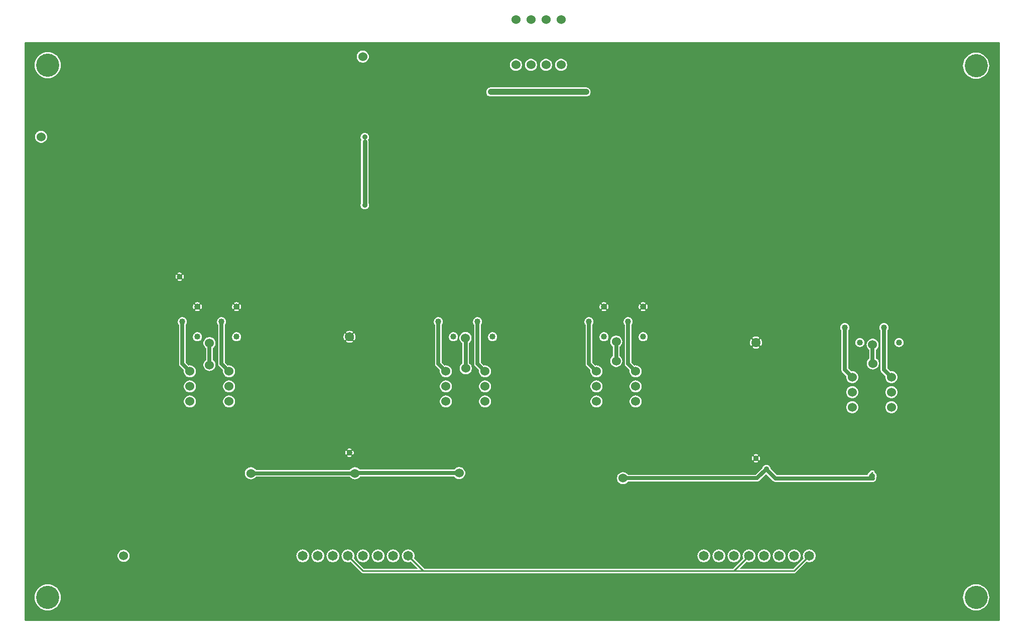
<source format=gbr>
G04 start of page 3 for group 1 idx 1 *
G04 Title: (unknown), solder *
G04 Creator: pcb 20110918 *
G04 CreationDate: Sun May 13 20:50:36 2012 UTC *
G04 For: mldelibero *
G04 Format: Gerber/RS-274X *
G04 PCB-Dimensions: 2000000 2000000 *
G04 PCB-Coordinate-Origin: lower left *
%MOIN*%
%FSLAX25Y25*%
%LNBOTTOM*%
%ADD46C,0.0450*%
%ADD45C,0.0230*%
%ADD44C,0.1500*%
%ADD43C,0.0350*%
%ADD42C,0.0200*%
%ADD41C,0.1540*%
%ADD40C,0.0360*%
%ADD39C,0.0650*%
%ADD38C,0.0600*%
%ADD37C,0.0400*%
%ADD36C,0.0300*%
%ADD35C,0.0250*%
%ADD34C,0.0001*%
%ADD33C,0.0100*%
G54D33*X74100Y1553000D02*X720700D01*
Y1936800D01*
X74100D02*X720700D01*
X74100D02*Y1553000D01*
G54D34*G36*
X705587Y1936800D02*X720700D01*
Y1553100D01*
X705587D01*
Y1559374D01*
X705600Y1559373D01*
X706965Y1559481D01*
X708297Y1559800D01*
X709562Y1560324D01*
X710730Y1561040D01*
X711771Y1561929D01*
X712660Y1562970D01*
X713376Y1564138D01*
X713900Y1565403D01*
X714219Y1566735D01*
X714300Y1568100D01*
X714219Y1569465D01*
X713900Y1570797D01*
X713376Y1572062D01*
X712660Y1573230D01*
X711771Y1574271D01*
X710730Y1575160D01*
X709562Y1575876D01*
X708297Y1576400D01*
X706965Y1576719D01*
X705600Y1576827D01*
X705587Y1576826D01*
Y1912674D01*
X705600Y1912673D01*
X706965Y1912781D01*
X708297Y1913100D01*
X709562Y1913624D01*
X710730Y1914340D01*
X711771Y1915229D01*
X712660Y1916270D01*
X713376Y1917438D01*
X713900Y1918703D01*
X714219Y1920035D01*
X714300Y1921400D01*
X714219Y1922765D01*
X713900Y1924097D01*
X713376Y1925362D01*
X712660Y1926530D01*
X711771Y1927571D01*
X710730Y1928460D01*
X709562Y1929176D01*
X708297Y1929700D01*
X706965Y1930019D01*
X705600Y1930127D01*
X705587Y1930126D01*
Y1936800D01*
G37*
G36*
X654395D02*X705587D01*
Y1930126D01*
X704235Y1930019D01*
X702903Y1929700D01*
X701638Y1929176D01*
X700470Y1928460D01*
X699429Y1927571D01*
X698540Y1926530D01*
X697824Y1925362D01*
X697300Y1924097D01*
X696981Y1922765D01*
X696873Y1921400D01*
X696981Y1920035D01*
X697300Y1918703D01*
X697824Y1917438D01*
X698540Y1916270D01*
X699429Y1915229D01*
X700470Y1914340D01*
X701638Y1913624D01*
X702903Y1913100D01*
X704235Y1912781D01*
X705587Y1912674D01*
Y1576826D01*
X704235Y1576719D01*
X702903Y1576400D01*
X701638Y1575876D01*
X700470Y1575160D01*
X699429Y1574271D01*
X698540Y1573230D01*
X697824Y1572062D01*
X697300Y1570797D01*
X696981Y1569465D01*
X696873Y1568100D01*
X696981Y1566735D01*
X697300Y1565403D01*
X697824Y1564138D01*
X698540Y1562970D01*
X699429Y1561929D01*
X700470Y1561040D01*
X701638Y1560324D01*
X702903Y1559800D01*
X704235Y1559481D01*
X705587Y1559374D01*
Y1553100D01*
X654395D01*
Y1734491D01*
X654400Y1734491D01*
X654871Y1734528D01*
X655330Y1734638D01*
X655766Y1734819D01*
X656169Y1735065D01*
X656528Y1735372D01*
X656835Y1735731D01*
X657081Y1736134D01*
X657262Y1736570D01*
X657372Y1737029D01*
X657400Y1737500D01*
X657372Y1737971D01*
X657262Y1738430D01*
X657081Y1738866D01*
X656835Y1739269D01*
X656528Y1739628D01*
X656169Y1739935D01*
X655766Y1740181D01*
X655330Y1740362D01*
X654871Y1740472D01*
X654400Y1740509D01*
X654395Y1740509D01*
Y1936800D01*
G37*
G36*
X647395D02*X654395D01*
Y1740509D01*
X653929Y1740472D01*
X653470Y1740362D01*
X653034Y1740181D01*
X652631Y1739935D01*
X652272Y1739628D01*
X651965Y1739269D01*
X651719Y1738866D01*
X651538Y1738430D01*
X651428Y1737971D01*
X651391Y1737500D01*
X651428Y1737029D01*
X651538Y1736570D01*
X651719Y1736134D01*
X651965Y1735731D01*
X652272Y1735372D01*
X652631Y1735065D01*
X653034Y1734819D01*
X653470Y1734638D01*
X653929Y1734528D01*
X654395Y1734491D01*
Y1553100D01*
X647395D01*
Y1691037D01*
X647578Y1690925D01*
X648160Y1690684D01*
X648772Y1690537D01*
X649400Y1690488D01*
X650028Y1690537D01*
X650640Y1690684D01*
X651222Y1690925D01*
X651758Y1691254D01*
X652237Y1691663D01*
X652646Y1692142D01*
X652975Y1692678D01*
X653216Y1693260D01*
X653363Y1693872D01*
X653400Y1694500D01*
X653363Y1695128D01*
X653216Y1695740D01*
X652975Y1696322D01*
X652646Y1696858D01*
X652237Y1697337D01*
X651758Y1697746D01*
X651222Y1698075D01*
X650640Y1698316D01*
X650028Y1698463D01*
X649400Y1698512D01*
X648772Y1698463D01*
X648160Y1698316D01*
X647578Y1698075D01*
X647395Y1697963D01*
Y1701037D01*
X647578Y1700925D01*
X648160Y1700684D01*
X648772Y1700537D01*
X649400Y1700488D01*
X650028Y1700537D01*
X650640Y1700684D01*
X651222Y1700925D01*
X651758Y1701254D01*
X652237Y1701663D01*
X652646Y1702142D01*
X652975Y1702678D01*
X653216Y1703260D01*
X653363Y1703872D01*
X653400Y1704500D01*
X653363Y1705128D01*
X653216Y1705740D01*
X652975Y1706322D01*
X652646Y1706858D01*
X652237Y1707337D01*
X651758Y1707746D01*
X651222Y1708075D01*
X650640Y1708316D01*
X650028Y1708463D01*
X649400Y1708512D01*
X648772Y1708463D01*
X648160Y1708316D01*
X647578Y1708075D01*
X647395Y1707963D01*
Y1711037D01*
X647578Y1710925D01*
X648160Y1710684D01*
X648772Y1710537D01*
X649400Y1710488D01*
X650028Y1710537D01*
X650640Y1710684D01*
X651222Y1710925D01*
X651758Y1711254D01*
X652237Y1711663D01*
X652646Y1712142D01*
X652975Y1712678D01*
X653216Y1713260D01*
X653363Y1713872D01*
X653400Y1714500D01*
X653363Y1715128D01*
X653216Y1715740D01*
X652975Y1716322D01*
X652646Y1716858D01*
X652237Y1717337D01*
X651758Y1717746D01*
X651222Y1718075D01*
X650640Y1718316D01*
X650028Y1718463D01*
X649400Y1718512D01*
X648772Y1718463D01*
X648649Y1718433D01*
X647395Y1719687D01*
Y1747422D01*
X647400Y1747500D01*
X647395Y1747578D01*
Y1936800D01*
G37*
G36*
Y1719687D02*X646650Y1720432D01*
Y1745515D01*
X646835Y1745731D01*
X647081Y1746134D01*
X647262Y1746570D01*
X647372Y1747029D01*
X647395Y1747422D01*
Y1719687D01*
G37*
G36*
X636944Y1936800D02*X647395D01*
Y1747578D01*
X647372Y1747971D01*
X647262Y1748430D01*
X647081Y1748866D01*
X646835Y1749269D01*
X646528Y1749628D01*
X646169Y1749935D01*
X645766Y1750181D01*
X645330Y1750362D01*
X644871Y1750472D01*
X644400Y1750509D01*
X643929Y1750472D01*
X643470Y1750362D01*
X643034Y1750181D01*
X642631Y1749935D01*
X642272Y1749628D01*
X641965Y1749269D01*
X641719Y1748866D01*
X641538Y1748430D01*
X641428Y1747971D01*
X641391Y1747500D01*
X641428Y1747029D01*
X641538Y1746570D01*
X641719Y1746134D01*
X641965Y1745731D01*
X642150Y1745515D01*
Y1719588D01*
X642143Y1719500D01*
X642171Y1719147D01*
Y1719147D01*
X642254Y1718803D01*
X642389Y1718475D01*
X642459Y1718361D01*
X642574Y1718173D01*
X642574Y1718173D01*
X642804Y1717904D01*
X642871Y1717847D01*
X645467Y1715251D01*
X645437Y1715128D01*
X645388Y1714500D01*
X645437Y1713872D01*
X645584Y1713260D01*
X645825Y1712678D01*
X646154Y1712142D01*
X646563Y1711663D01*
X647042Y1711254D01*
X647395Y1711037D01*
Y1707963D01*
X647042Y1707746D01*
X646563Y1707337D01*
X646154Y1706858D01*
X645825Y1706322D01*
X645584Y1705740D01*
X645437Y1705128D01*
X645388Y1704500D01*
X645437Y1703872D01*
X645584Y1703260D01*
X645825Y1702678D01*
X646154Y1702142D01*
X646563Y1701663D01*
X647042Y1701254D01*
X647395Y1701037D01*
Y1697963D01*
X647042Y1697746D01*
X646563Y1697337D01*
X646154Y1696858D01*
X645825Y1696322D01*
X645584Y1695740D01*
X645437Y1695128D01*
X645388Y1694500D01*
X645437Y1693872D01*
X645584Y1693260D01*
X645825Y1692678D01*
X646154Y1692142D01*
X646563Y1691663D01*
X647042Y1691254D01*
X647395Y1691037D01*
Y1553100D01*
X636944D01*
Y1644850D01*
X637000D01*
X637353Y1644871D01*
X637697Y1644954D01*
X638025Y1645089D01*
X638327Y1645274D01*
X638596Y1645504D01*
X638826Y1645773D01*
X639011Y1646075D01*
X639146Y1646403D01*
X639229Y1646747D01*
X639257Y1647100D01*
X639232Y1647411D01*
X639303Y1647525D01*
X639471Y1647932D01*
X639574Y1648361D01*
X639600Y1648800D01*
X639574Y1649239D01*
X639471Y1649668D01*
X639303Y1650075D01*
X639072Y1650451D01*
X638786Y1650786D01*
X638451Y1651072D01*
X638194Y1651229D01*
X638186Y1651335D01*
X638131Y1651565D01*
X638041Y1651783D01*
X637917Y1651984D01*
X637764Y1652164D01*
X637584Y1652317D01*
X637383Y1652441D01*
X637165Y1652531D01*
X636944Y1652584D01*
Y1719592D01*
X637000Y1719588D01*
X637628Y1719637D01*
X638240Y1719784D01*
X638822Y1720025D01*
X639358Y1720354D01*
X639837Y1720763D01*
X640246Y1721242D01*
X640575Y1721778D01*
X640816Y1722360D01*
X640963Y1722972D01*
X641000Y1723600D01*
X640963Y1724228D01*
X640816Y1724840D01*
X640575Y1725422D01*
X640246Y1725958D01*
X639837Y1726437D01*
X639358Y1726846D01*
X639150Y1726974D01*
Y1732688D01*
X639258Y1732754D01*
X639737Y1733163D01*
X640146Y1733642D01*
X640475Y1734178D01*
X640716Y1734760D01*
X640863Y1735372D01*
X640900Y1736000D01*
X640863Y1736628D01*
X640716Y1737240D01*
X640475Y1737822D01*
X640146Y1738358D01*
X639737Y1738837D01*
X639258Y1739246D01*
X638722Y1739575D01*
X638140Y1739816D01*
X637528Y1739963D01*
X636944Y1740009D01*
Y1936800D01*
G37*
G36*
Y1553100D02*X621395D01*
Y1644850D01*
X636944D01*
Y1553100D01*
G37*
G36*
X628395Y1936800D02*X636944D01*
Y1740009D01*
X636900Y1740012D01*
X636272Y1739963D01*
X635660Y1739816D01*
X635078Y1739575D01*
X634542Y1739246D01*
X634063Y1738837D01*
X633654Y1738358D01*
X633325Y1737822D01*
X633084Y1737240D01*
X632937Y1736628D01*
X632888Y1736000D01*
X632937Y1735372D01*
X633084Y1734760D01*
X633325Y1734178D01*
X633654Y1733642D01*
X634063Y1733163D01*
X634542Y1732754D01*
X634650Y1732688D01*
Y1726851D01*
X634642Y1726846D01*
X634163Y1726437D01*
X633754Y1725958D01*
X633425Y1725422D01*
X633184Y1724840D01*
X633037Y1724228D01*
X632988Y1723600D01*
X633037Y1722972D01*
X633184Y1722360D01*
X633425Y1721778D01*
X633754Y1721242D01*
X634163Y1720763D01*
X634642Y1720354D01*
X635178Y1720025D01*
X635760Y1719784D01*
X636372Y1719637D01*
X636944Y1719592D01*
Y1652584D01*
X636935Y1652586D01*
X636700Y1652605D01*
X636465Y1652586D01*
X636235Y1652531D01*
X636017Y1652441D01*
X635816Y1652317D01*
X635639Y1652161D01*
X633781Y1650302D01*
X633736Y1650264D01*
X633583Y1650084D01*
X633459Y1649883D01*
X633369Y1649665D01*
X633314Y1649435D01*
X633314Y1649435D01*
X633307Y1649350D01*
X628395D01*
Y1734491D01*
X628400Y1734491D01*
X628871Y1734528D01*
X629330Y1734638D01*
X629766Y1734819D01*
X630169Y1735065D01*
X630528Y1735372D01*
X630835Y1735731D01*
X631081Y1736134D01*
X631262Y1736570D01*
X631372Y1737029D01*
X631400Y1737500D01*
X631372Y1737971D01*
X631262Y1738430D01*
X631081Y1738866D01*
X630835Y1739269D01*
X630528Y1739628D01*
X630169Y1739935D01*
X629766Y1740181D01*
X629330Y1740362D01*
X628871Y1740472D01*
X628400Y1740509D01*
X628395Y1740509D01*
Y1936800D01*
G37*
G36*
X621395D02*X628395D01*
Y1740509D01*
X627929Y1740472D01*
X627470Y1740362D01*
X627034Y1740181D01*
X626631Y1739935D01*
X626272Y1739628D01*
X625965Y1739269D01*
X625719Y1738866D01*
X625538Y1738430D01*
X625428Y1737971D01*
X625391Y1737500D01*
X625428Y1737029D01*
X625538Y1736570D01*
X625719Y1736134D01*
X625965Y1735731D01*
X626272Y1735372D01*
X626631Y1735065D01*
X627034Y1734819D01*
X627470Y1734638D01*
X627929Y1734528D01*
X628395Y1734491D01*
Y1649350D01*
X621395D01*
Y1691037D01*
X621578Y1690925D01*
X622160Y1690684D01*
X622772Y1690537D01*
X623400Y1690488D01*
X624028Y1690537D01*
X624640Y1690684D01*
X625222Y1690925D01*
X625758Y1691254D01*
X626237Y1691663D01*
X626646Y1692142D01*
X626975Y1692678D01*
X627216Y1693260D01*
X627363Y1693872D01*
X627400Y1694500D01*
X627363Y1695128D01*
X627216Y1695740D01*
X626975Y1696322D01*
X626646Y1696858D01*
X626237Y1697337D01*
X625758Y1697746D01*
X625222Y1698075D01*
X624640Y1698316D01*
X624028Y1698463D01*
X623400Y1698512D01*
X622772Y1698463D01*
X622160Y1698316D01*
X621578Y1698075D01*
X621395Y1697963D01*
Y1701037D01*
X621578Y1700925D01*
X622160Y1700684D01*
X622772Y1700537D01*
X623400Y1700488D01*
X624028Y1700537D01*
X624640Y1700684D01*
X625222Y1700925D01*
X625758Y1701254D01*
X626237Y1701663D01*
X626646Y1702142D01*
X626975Y1702678D01*
X627216Y1703260D01*
X627363Y1703872D01*
X627400Y1704500D01*
X627363Y1705128D01*
X627216Y1705740D01*
X626975Y1706322D01*
X626646Y1706858D01*
X626237Y1707337D01*
X625758Y1707746D01*
X625222Y1708075D01*
X624640Y1708316D01*
X624028Y1708463D01*
X623400Y1708512D01*
X622772Y1708463D01*
X622160Y1708316D01*
X621578Y1708075D01*
X621395Y1707963D01*
Y1711037D01*
X621578Y1710925D01*
X622160Y1710684D01*
X622772Y1710537D01*
X623400Y1710488D01*
X624028Y1710537D01*
X624640Y1710684D01*
X625222Y1710925D01*
X625758Y1711254D01*
X626237Y1711663D01*
X626646Y1712142D01*
X626975Y1712678D01*
X627216Y1713260D01*
X627363Y1713872D01*
X627400Y1714500D01*
X627363Y1715128D01*
X627216Y1715740D01*
X626975Y1716322D01*
X626646Y1716858D01*
X626237Y1717337D01*
X625758Y1717746D01*
X625222Y1718075D01*
X624640Y1718316D01*
X624028Y1718463D01*
X623400Y1718512D01*
X622772Y1718463D01*
X622649Y1718433D01*
X621395Y1719687D01*
Y1747422D01*
X621400Y1747500D01*
X621395Y1747578D01*
Y1936800D01*
G37*
G36*
Y1719687D02*X620650Y1720432D01*
Y1745515D01*
X620835Y1745731D01*
X621081Y1746134D01*
X621262Y1746570D01*
X621372Y1747029D01*
X621395Y1747422D01*
Y1719687D01*
G37*
G36*
Y1553100D02*X584793D01*
Y1584196D01*
X584800Y1584195D01*
X585035Y1584214D01*
X585035Y1584214D01*
X585265Y1584269D01*
X585483Y1584359D01*
X585684Y1584483D01*
X585864Y1584636D01*
X585902Y1584681D01*
X593047Y1591826D01*
X593483Y1591646D01*
X594133Y1591489D01*
X594800Y1591437D01*
X595467Y1591489D01*
X596117Y1591646D01*
X596735Y1591902D01*
X597306Y1592251D01*
X597814Y1592686D01*
X598249Y1593194D01*
X598598Y1593765D01*
X598854Y1594383D01*
X599011Y1595033D01*
X599050Y1595700D01*
X599011Y1596367D01*
X598854Y1597017D01*
X598598Y1597635D01*
X598249Y1598206D01*
X597814Y1598714D01*
X597306Y1599149D01*
X596735Y1599498D01*
X596117Y1599754D01*
X595467Y1599911D01*
X594800Y1599963D01*
X594133Y1599911D01*
X593483Y1599754D01*
X592865Y1599498D01*
X592294Y1599149D01*
X591786Y1598714D01*
X591351Y1598206D01*
X591002Y1597635D01*
X590746Y1597017D01*
X590589Y1596367D01*
X590537Y1595700D01*
X590589Y1595033D01*
X590746Y1594383D01*
X590926Y1593947D01*
X584793Y1587815D01*
Y1591437D01*
X584800Y1591437D01*
X585467Y1591489D01*
X586117Y1591646D01*
X586735Y1591902D01*
X587306Y1592251D01*
X587814Y1592686D01*
X588249Y1593194D01*
X588598Y1593765D01*
X588854Y1594383D01*
X589011Y1595033D01*
X589050Y1595700D01*
X589011Y1596367D01*
X588854Y1597017D01*
X588598Y1597635D01*
X588249Y1598206D01*
X587814Y1598714D01*
X587306Y1599149D01*
X586735Y1599498D01*
X586117Y1599754D01*
X585467Y1599911D01*
X584800Y1599963D01*
X584793Y1599963D01*
Y1644850D01*
X621395D01*
Y1553100D01*
G37*
G36*
X584793Y1587815D02*X584179Y1587200D01*
X574793D01*
Y1591437D01*
X574800Y1591437D01*
X575467Y1591489D01*
X576117Y1591646D01*
X576735Y1591902D01*
X577306Y1592251D01*
X577814Y1592686D01*
X578249Y1593194D01*
X578598Y1593765D01*
X578854Y1594383D01*
X579011Y1595033D01*
X579050Y1595700D01*
X579011Y1596367D01*
X578854Y1597017D01*
X578598Y1597635D01*
X578249Y1598206D01*
X577814Y1598714D01*
X577306Y1599149D01*
X576735Y1599498D01*
X576117Y1599754D01*
X575467Y1599911D01*
X574800Y1599963D01*
X574793Y1599963D01*
Y1644850D01*
X584793D01*
Y1599963D01*
X584133Y1599911D01*
X583483Y1599754D01*
X582865Y1599498D01*
X582294Y1599149D01*
X581786Y1598714D01*
X581351Y1598206D01*
X581002Y1597635D01*
X580746Y1597017D01*
X580589Y1596367D01*
X580537Y1595700D01*
X580589Y1595033D01*
X580746Y1594383D01*
X581002Y1593765D01*
X581351Y1593194D01*
X581786Y1592686D01*
X582294Y1592251D01*
X582865Y1591902D01*
X583483Y1591646D01*
X584133Y1591489D01*
X584793Y1591437D01*
Y1587815D01*
G37*
G36*
Y1553100D02*X574793D01*
Y1584200D01*
X584741D01*
X584793Y1584196D01*
Y1553100D01*
G37*
G36*
X574793Y1587200D02*X564793D01*
Y1591437D01*
X564800Y1591437D01*
X565467Y1591489D01*
X566117Y1591646D01*
X566735Y1591902D01*
X567306Y1592251D01*
X567814Y1592686D01*
X568249Y1593194D01*
X568598Y1593765D01*
X568854Y1594383D01*
X569011Y1595033D01*
X569050Y1595700D01*
X569011Y1596367D01*
X568854Y1597017D01*
X568598Y1597635D01*
X568249Y1598206D01*
X567814Y1598714D01*
X567306Y1599149D01*
X566735Y1599498D01*
X566117Y1599754D01*
X565467Y1599911D01*
X564800Y1599963D01*
X564793Y1599963D01*
Y1648711D01*
X566200Y1650118D01*
X570747Y1645571D01*
X570804Y1645504D01*
X571073Y1645274D01*
X571073Y1645274D01*
X571375Y1645089D01*
X571703Y1644954D01*
X572047Y1644871D01*
X572400Y1644843D01*
X572488Y1644850D01*
X574793D01*
Y1599963D01*
X574133Y1599911D01*
X573483Y1599754D01*
X572865Y1599498D01*
X572294Y1599149D01*
X571786Y1598714D01*
X571351Y1598206D01*
X571002Y1597635D01*
X570746Y1597017D01*
X570589Y1596367D01*
X570537Y1595700D01*
X570589Y1595033D01*
X570746Y1594383D01*
X571002Y1593765D01*
X571351Y1593194D01*
X571786Y1592686D01*
X572294Y1592251D01*
X572865Y1591902D01*
X573483Y1591646D01*
X574133Y1591489D01*
X574793Y1591437D01*
Y1587200D01*
G37*
G36*
Y1553100D02*X564793D01*
Y1584200D01*
X574793D01*
Y1553100D01*
G37*
G36*
X564793Y1587200D02*X548421D01*
X553047Y1591826D01*
X553483Y1591646D01*
X554133Y1591489D01*
X554800Y1591437D01*
X555467Y1591489D01*
X556117Y1591646D01*
X556735Y1591902D01*
X557306Y1592251D01*
X557814Y1592686D01*
X558249Y1593194D01*
X558598Y1593765D01*
X558854Y1594383D01*
X559011Y1595033D01*
X559050Y1595700D01*
X559011Y1596367D01*
X558854Y1597017D01*
X558598Y1597635D01*
X558249Y1598206D01*
X557814Y1598714D01*
X557306Y1599149D01*
X556735Y1599498D01*
X556117Y1599754D01*
X555467Y1599911D01*
X554800Y1599963D01*
X554133Y1599911D01*
X553483Y1599754D01*
X552865Y1599498D01*
X552294Y1599149D01*
X551786Y1598714D01*
X551351Y1598206D01*
X551002Y1597635D01*
X550746Y1597017D01*
X550589Y1596367D01*
X550537Y1595700D01*
X550589Y1595033D01*
X550746Y1594383D01*
X550926Y1593947D01*
X544793Y1587815D01*
Y1591437D01*
X544800Y1591437D01*
X545467Y1591489D01*
X546117Y1591646D01*
X546735Y1591902D01*
X547306Y1592251D01*
X547814Y1592686D01*
X548249Y1593194D01*
X548598Y1593765D01*
X548854Y1594383D01*
X549011Y1595033D01*
X549050Y1595700D01*
X549011Y1596367D01*
X548854Y1597017D01*
X548598Y1597635D01*
X548249Y1598206D01*
X547814Y1598714D01*
X547306Y1599149D01*
X546735Y1599498D01*
X546117Y1599754D01*
X545467Y1599911D01*
X544800Y1599963D01*
X544793Y1599963D01*
Y1645050D01*
X560112D01*
X560200Y1645043D01*
X560553Y1645071D01*
X560553Y1645071D01*
X560897Y1645154D01*
X561225Y1645289D01*
X561527Y1645474D01*
X561796Y1645704D01*
X561853Y1645771D01*
X564793Y1648711D01*
Y1599963D01*
X564133Y1599911D01*
X563483Y1599754D01*
X562865Y1599498D01*
X562294Y1599149D01*
X561786Y1598714D01*
X561351Y1598206D01*
X561002Y1597635D01*
X560746Y1597017D01*
X560589Y1596367D01*
X560537Y1595700D01*
X560589Y1595033D01*
X560746Y1594383D01*
X561002Y1593765D01*
X561351Y1593194D01*
X561786Y1592686D01*
X562294Y1592251D01*
X562865Y1591902D01*
X563483Y1591646D01*
X564133Y1591489D01*
X564793Y1591437D01*
Y1587200D01*
G37*
G36*
Y1553100D02*X544793D01*
Y1584196D01*
X544800Y1584195D01*
X544859Y1584200D01*
X564793D01*
Y1553100D01*
G37*
G36*
X544793Y1587815D02*X544179Y1587200D01*
X534793D01*
Y1591437D01*
X534800Y1591437D01*
X535467Y1591489D01*
X536117Y1591646D01*
X536735Y1591902D01*
X537306Y1592251D01*
X537814Y1592686D01*
X538249Y1593194D01*
X538598Y1593765D01*
X538854Y1594383D01*
X539011Y1595033D01*
X539050Y1595700D01*
X539011Y1596367D01*
X538854Y1597017D01*
X538598Y1597635D01*
X538249Y1598206D01*
X537814Y1598714D01*
X537306Y1599149D01*
X536735Y1599498D01*
X536117Y1599754D01*
X535467Y1599911D01*
X534800Y1599963D01*
X534793Y1599963D01*
Y1645050D01*
X544793D01*
Y1599963D01*
X544133Y1599911D01*
X543483Y1599754D01*
X542865Y1599498D01*
X542294Y1599149D01*
X541786Y1598714D01*
X541351Y1598206D01*
X541002Y1597635D01*
X540746Y1597017D01*
X540589Y1596367D01*
X540537Y1595700D01*
X540589Y1595033D01*
X540746Y1594383D01*
X541002Y1593765D01*
X541351Y1593194D01*
X541786Y1592686D01*
X542294Y1592251D01*
X542865Y1591902D01*
X543483Y1591646D01*
X544133Y1591489D01*
X544793Y1591437D01*
Y1587815D01*
G37*
G36*
Y1553100D02*X534793D01*
Y1584200D01*
X544741D01*
X544793Y1584196D01*
Y1553100D01*
G37*
G36*
X534793Y1587200D02*X524793D01*
Y1591437D01*
X524800Y1591437D01*
X525467Y1591489D01*
X526117Y1591646D01*
X526735Y1591902D01*
X527306Y1592251D01*
X527814Y1592686D01*
X528249Y1593194D01*
X528598Y1593765D01*
X528854Y1594383D01*
X529011Y1595033D01*
X529050Y1595700D01*
X529011Y1596367D01*
X528854Y1597017D01*
X528598Y1597635D01*
X528249Y1598206D01*
X527814Y1598714D01*
X527306Y1599149D01*
X526735Y1599498D01*
X526117Y1599754D01*
X525467Y1599911D01*
X524800Y1599963D01*
X524793Y1599963D01*
Y1645050D01*
X534793D01*
Y1599963D01*
X534133Y1599911D01*
X533483Y1599754D01*
X532865Y1599498D01*
X532294Y1599149D01*
X531786Y1598714D01*
X531351Y1598206D01*
X531002Y1597635D01*
X530746Y1597017D01*
X530589Y1596367D01*
X530537Y1595700D01*
X530589Y1595033D01*
X530746Y1594383D01*
X531002Y1593765D01*
X531351Y1593194D01*
X531786Y1592686D01*
X532294Y1592251D01*
X532865Y1591902D01*
X533483Y1591646D01*
X534133Y1591489D01*
X534793Y1591437D01*
Y1587200D01*
G37*
G36*
Y1553100D02*X524793D01*
Y1584200D01*
X534793D01*
Y1553100D01*
G37*
G36*
X524793Y1587200D02*X477495D01*
Y1645050D01*
X524793D01*
Y1599963D01*
X524133Y1599911D01*
X523483Y1599754D01*
X522865Y1599498D01*
X522294Y1599149D01*
X521786Y1598714D01*
X521351Y1598206D01*
X521002Y1597635D01*
X520746Y1597017D01*
X520589Y1596367D01*
X520537Y1595700D01*
X520589Y1595033D01*
X520746Y1594383D01*
X521002Y1593765D01*
X521351Y1593194D01*
X521786Y1592686D01*
X522294Y1592251D01*
X522865Y1591902D01*
X523483Y1591646D01*
X524133Y1591489D01*
X524793Y1591437D01*
Y1587200D01*
G37*
G36*
Y1553100D02*X477495D01*
Y1584200D01*
X524793D01*
Y1553100D01*
G37*
G36*
X562684Y1936800D02*X621395D01*
Y1747578D01*
X621372Y1747971D01*
X621262Y1748430D01*
X621081Y1748866D01*
X620835Y1749269D01*
X620528Y1749628D01*
X620169Y1749935D01*
X619766Y1750181D01*
X619330Y1750362D01*
X618871Y1750472D01*
X618400Y1750509D01*
X617929Y1750472D01*
X617470Y1750362D01*
X617034Y1750181D01*
X616631Y1749935D01*
X616272Y1749628D01*
X615965Y1749269D01*
X615719Y1748866D01*
X615538Y1748430D01*
X615428Y1747971D01*
X615391Y1747500D01*
X615428Y1747029D01*
X615538Y1746570D01*
X615719Y1746134D01*
X615965Y1745731D01*
X616150Y1745515D01*
Y1719588D01*
X616143Y1719500D01*
X616171Y1719147D01*
Y1719147D01*
X616254Y1718803D01*
X616389Y1718475D01*
X616459Y1718361D01*
X616574Y1718173D01*
X616574Y1718173D01*
X616804Y1717904D01*
X616871Y1717847D01*
X619467Y1715251D01*
X619437Y1715128D01*
X619388Y1714500D01*
X619437Y1713872D01*
X619584Y1713260D01*
X619825Y1712678D01*
X620154Y1712142D01*
X620563Y1711663D01*
X621042Y1711254D01*
X621395Y1711037D01*
Y1707963D01*
X621042Y1707746D01*
X620563Y1707337D01*
X620154Y1706858D01*
X619825Y1706322D01*
X619584Y1705740D01*
X619437Y1705128D01*
X619388Y1704500D01*
X619437Y1703872D01*
X619584Y1703260D01*
X619825Y1702678D01*
X620154Y1702142D01*
X620563Y1701663D01*
X621042Y1701254D01*
X621395Y1701037D01*
Y1697963D01*
X621042Y1697746D01*
X620563Y1697337D01*
X620154Y1696858D01*
X619825Y1696322D01*
X619584Y1695740D01*
X619437Y1695128D01*
X619388Y1694500D01*
X619437Y1693872D01*
X619584Y1693260D01*
X619825Y1692678D01*
X620154Y1692142D01*
X620563Y1691663D01*
X621042Y1691254D01*
X621395Y1691037D01*
Y1649350D01*
X573332D01*
X569089Y1653593D01*
X569074Y1653839D01*
X568971Y1654268D01*
X568803Y1654675D01*
X568572Y1655051D01*
X568286Y1655386D01*
X567951Y1655672D01*
X567575Y1655903D01*
X567168Y1656071D01*
X566739Y1656174D01*
X566300Y1656209D01*
X565861Y1656174D01*
X565432Y1656071D01*
X565025Y1655903D01*
X564649Y1655672D01*
X564314Y1655386D01*
X564028Y1655051D01*
X563797Y1654675D01*
X563629Y1654268D01*
X563526Y1653839D01*
X563523Y1653805D01*
X562684Y1652966D01*
Y1735369D01*
X562687Y1735370D01*
X562755Y1735409D01*
X562816Y1735458D01*
X562869Y1735517D01*
X562911Y1735583D01*
X563074Y1735908D01*
X563203Y1736248D01*
X563301Y1736598D01*
X563367Y1736956D01*
X563400Y1737318D01*
Y1737682D01*
X563367Y1738044D01*
X563301Y1738402D01*
X563203Y1738752D01*
X563074Y1739092D01*
X562915Y1739419D01*
X562872Y1739485D01*
X562819Y1739544D01*
X562757Y1739594D01*
X562688Y1739633D01*
X562684Y1739635D01*
Y1936800D01*
G37*
G36*
X561630D02*X562684D01*
Y1739635D01*
X562614Y1739661D01*
X562537Y1739677D01*
X562458Y1739681D01*
X562379Y1739673D01*
X562303Y1739652D01*
X562230Y1739620D01*
X562164Y1739577D01*
X562105Y1739524D01*
X562056Y1739462D01*
X562016Y1739393D01*
X561988Y1739319D01*
X561972Y1739242D01*
X561968Y1739163D01*
X561976Y1739084D01*
X561997Y1739007D01*
X562030Y1738936D01*
X562153Y1738693D01*
X562250Y1738438D01*
X562323Y1738176D01*
X562372Y1737908D01*
X562397Y1737636D01*
Y1737364D01*
X562372Y1737092D01*
X562323Y1736824D01*
X562250Y1736562D01*
X562153Y1736307D01*
X562033Y1736063D01*
X562000Y1735991D01*
X561979Y1735916D01*
X561971Y1735837D01*
X561975Y1735759D01*
X561991Y1735682D01*
X562019Y1735608D01*
X562058Y1735540D01*
X562107Y1735479D01*
X562166Y1735426D01*
X562232Y1735383D01*
X562304Y1735351D01*
X562380Y1735330D01*
X562458Y1735322D01*
X562536Y1735326D01*
X562613Y1735342D01*
X562684Y1735369D01*
Y1652966D01*
X561630Y1651912D01*
Y1659214D01*
X561698Y1659228D01*
X561771Y1659255D01*
X561840Y1659294D01*
X561902Y1659343D01*
X561955Y1659401D01*
X561998Y1659466D01*
X562030Y1659538D01*
X562106Y1659771D01*
X562160Y1660011D01*
X562192Y1660255D01*
X562203Y1660500D01*
X562192Y1660745D01*
X562160Y1660989D01*
X562106Y1661229D01*
X562032Y1661463D01*
X562000Y1661535D01*
X561956Y1661600D01*
X561903Y1661659D01*
X561841Y1661708D01*
X561772Y1661746D01*
X561698Y1661774D01*
X561630Y1661788D01*
Y1936800D01*
G37*
G36*
X559401D02*X561630D01*
Y1661788D01*
X561621Y1661790D01*
X561542Y1661793D01*
X561463Y1661784D01*
X561387Y1661763D01*
X561315Y1661730D01*
X561250Y1661686D01*
X561191Y1661633D01*
X561142Y1661571D01*
X561104Y1661502D01*
X561076Y1661428D01*
X561060Y1661351D01*
X561057Y1661272D01*
X561066Y1661193D01*
X561089Y1661118D01*
X561138Y1660968D01*
X561172Y1660814D01*
X561193Y1660658D01*
X561200Y1660500D01*
X561193Y1660342D01*
X561172Y1660186D01*
X561138Y1660032D01*
X561090Y1659882D01*
X561068Y1659806D01*
X561059Y1659728D01*
X561062Y1659650D01*
X561078Y1659573D01*
X561105Y1659499D01*
X561144Y1659430D01*
X561193Y1659369D01*
X561251Y1659315D01*
X561316Y1659272D01*
X561388Y1659239D01*
X561464Y1659218D01*
X561542Y1659209D01*
X561620Y1659212D01*
X561630Y1659214D01*
Y1651912D01*
X559401Y1649683D01*
Y1657697D01*
X559645Y1657708D01*
X559889Y1657740D01*
X560129Y1657794D01*
X560363Y1657868D01*
X560435Y1657900D01*
X560500Y1657944D01*
X560559Y1657997D01*
X560608Y1658059D01*
X560646Y1658128D01*
X560674Y1658202D01*
X560690Y1658279D01*
X560693Y1658358D01*
X560684Y1658437D01*
X560663Y1658513D01*
X560630Y1658585D01*
X560586Y1658650D01*
X560533Y1658709D01*
X560471Y1658758D01*
X560402Y1658796D01*
X560328Y1658824D01*
X560251Y1658840D01*
X560172Y1658843D01*
X560093Y1658834D01*
X560018Y1658811D01*
X559868Y1658762D01*
X559714Y1658728D01*
X559558Y1658707D01*
X559401Y1658700D01*
Y1662300D01*
X559558Y1662293D01*
X559714Y1662272D01*
X559868Y1662238D01*
X560018Y1662190D01*
X560094Y1662168D01*
X560172Y1662159D01*
X560250Y1662162D01*
X560327Y1662178D01*
X560401Y1662205D01*
X560470Y1662244D01*
X560531Y1662293D01*
X560585Y1662351D01*
X560628Y1662416D01*
X560661Y1662488D01*
X560682Y1662564D01*
X560691Y1662642D01*
X560688Y1662720D01*
X560672Y1662798D01*
X560645Y1662871D01*
X560606Y1662940D01*
X560557Y1663002D01*
X560499Y1663055D01*
X560434Y1663098D01*
X560362Y1663130D01*
X560129Y1663206D01*
X559889Y1663260D01*
X559645Y1663292D01*
X559401Y1663303D01*
Y1733500D01*
X559582D01*
X559944Y1733533D01*
X560302Y1733599D01*
X560652Y1733697D01*
X560992Y1733826D01*
X561319Y1733985D01*
X561385Y1734028D01*
X561444Y1734081D01*
X561494Y1734143D01*
X561533Y1734212D01*
X561561Y1734286D01*
X561577Y1734363D01*
X561581Y1734442D01*
X561573Y1734521D01*
X561552Y1734597D01*
X561520Y1734670D01*
X561477Y1734736D01*
X561424Y1734795D01*
X561362Y1734844D01*
X561293Y1734884D01*
X561219Y1734912D01*
X561142Y1734928D01*
X561063Y1734932D01*
X560984Y1734924D01*
X560907Y1734903D01*
X560836Y1734870D01*
X560593Y1734747D01*
X560338Y1734650D01*
X560076Y1734577D01*
X559808Y1734528D01*
X559536Y1734503D01*
X559401D01*
Y1740497D01*
X559536D01*
X559808Y1740472D01*
X560076Y1740423D01*
X560338Y1740350D01*
X560593Y1740253D01*
X560837Y1740133D01*
X560909Y1740100D01*
X560984Y1740079D01*
X561063Y1740071D01*
X561141Y1740075D01*
X561218Y1740091D01*
X561292Y1740119D01*
X561360Y1740158D01*
X561421Y1740207D01*
X561474Y1740266D01*
X561517Y1740332D01*
X561549Y1740404D01*
X561570Y1740480D01*
X561578Y1740558D01*
X561574Y1740636D01*
X561558Y1740713D01*
X561530Y1740787D01*
X561491Y1740855D01*
X561442Y1740916D01*
X561383Y1740969D01*
X561317Y1741011D01*
X560992Y1741174D01*
X560652Y1741303D01*
X560302Y1741401D01*
X559944Y1741467D01*
X559582Y1741500D01*
X559401D01*
Y1936800D01*
G37*
G36*
X557170D02*X559401D01*
Y1741500D01*
X559218D01*
X558856Y1741467D01*
X558498Y1741401D01*
X558148Y1741303D01*
X557808Y1741174D01*
X557481Y1741015D01*
X557415Y1740972D01*
X557356Y1740919D01*
X557306Y1740857D01*
X557267Y1740788D01*
X557239Y1740714D01*
X557223Y1740637D01*
X557219Y1740558D01*
X557227Y1740479D01*
X557248Y1740403D01*
X557280Y1740330D01*
X557323Y1740264D01*
X557376Y1740205D01*
X557438Y1740156D01*
X557507Y1740116D01*
X557581Y1740088D01*
X557658Y1740072D01*
X557737Y1740068D01*
X557816Y1740076D01*
X557893Y1740097D01*
X557964Y1740130D01*
X558207Y1740253D01*
X558462Y1740350D01*
X558724Y1740423D01*
X558992Y1740472D01*
X559264Y1740497D01*
X559401D01*
Y1734503D01*
X559264D01*
X558992Y1734528D01*
X558724Y1734577D01*
X558462Y1734650D01*
X558207Y1734747D01*
X557963Y1734867D01*
X557891Y1734900D01*
X557815Y1734921D01*
X557737Y1734929D01*
X557659Y1734925D01*
X557582Y1734909D01*
X557508Y1734881D01*
X557440Y1734842D01*
X557379Y1734793D01*
X557326Y1734734D01*
X557283Y1734668D01*
X557251Y1734596D01*
X557230Y1734520D01*
X557222Y1734442D01*
X557226Y1734364D01*
X557242Y1734287D01*
X557270Y1734213D01*
X557309Y1734145D01*
X557358Y1734084D01*
X557417Y1734031D01*
X557483Y1733989D01*
X557808Y1733826D01*
X558148Y1733697D01*
X558498Y1733599D01*
X558856Y1733533D01*
X559218Y1733500D01*
X559401D01*
Y1663303D01*
X559400Y1663303D01*
X559155Y1663292D01*
X558911Y1663260D01*
X558671Y1663206D01*
X558437Y1663132D01*
X558365Y1663100D01*
X558300Y1663056D01*
X558241Y1663003D01*
X558192Y1662941D01*
X558154Y1662872D01*
X558126Y1662798D01*
X558110Y1662721D01*
X558107Y1662642D01*
X558116Y1662563D01*
X558137Y1662487D01*
X558170Y1662415D01*
X558214Y1662350D01*
X558267Y1662291D01*
X558329Y1662242D01*
X558398Y1662204D01*
X558472Y1662176D01*
X558549Y1662160D01*
X558628Y1662157D01*
X558707Y1662166D01*
X558782Y1662189D01*
X558932Y1662238D01*
X559086Y1662272D01*
X559242Y1662293D01*
X559400Y1662300D01*
X559401Y1662300D01*
Y1658700D01*
X559400Y1658700D01*
X559242Y1658707D01*
X559086Y1658728D01*
X558932Y1658762D01*
X558782Y1658810D01*
X558706Y1658832D01*
X558628Y1658841D01*
X558550Y1658838D01*
X558473Y1658822D01*
X558399Y1658795D01*
X558330Y1658756D01*
X558269Y1658707D01*
X558215Y1658649D01*
X558172Y1658584D01*
X558139Y1658512D01*
X558118Y1658436D01*
X558109Y1658358D01*
X558112Y1658280D01*
X558128Y1658202D01*
X558155Y1658129D01*
X558194Y1658060D01*
X558243Y1657998D01*
X558301Y1657945D01*
X558366Y1657902D01*
X558438Y1657870D01*
X558671Y1657794D01*
X558911Y1657740D01*
X559155Y1657708D01*
X559400Y1657697D01*
X559401Y1657697D01*
Y1649683D01*
X559268Y1649550D01*
X557170D01*
Y1659212D01*
X557179Y1659210D01*
X557258Y1659207D01*
X557337Y1659216D01*
X557413Y1659237D01*
X557485Y1659270D01*
X557550Y1659314D01*
X557609Y1659367D01*
X557658Y1659429D01*
X557696Y1659498D01*
X557724Y1659572D01*
X557740Y1659649D01*
X557743Y1659728D01*
X557734Y1659807D01*
X557711Y1659882D01*
X557662Y1660032D01*
X557628Y1660186D01*
X557607Y1660342D01*
X557600Y1660500D01*
X557607Y1660658D01*
X557628Y1660814D01*
X557662Y1660968D01*
X557710Y1661118D01*
X557732Y1661194D01*
X557741Y1661272D01*
X557738Y1661350D01*
X557722Y1661427D01*
X557695Y1661501D01*
X557656Y1661570D01*
X557607Y1661631D01*
X557549Y1661685D01*
X557484Y1661728D01*
X557412Y1661761D01*
X557336Y1661782D01*
X557258Y1661791D01*
X557180Y1661788D01*
X557170Y1661786D01*
Y1936800D01*
G37*
G36*
X556116D02*X557170D01*
Y1661786D01*
X557102Y1661772D01*
X557029Y1661745D01*
X556960Y1661706D01*
X556898Y1661657D01*
X556845Y1661599D01*
X556802Y1661534D01*
X556770Y1661462D01*
X556694Y1661229D01*
X556640Y1660989D01*
X556608Y1660745D01*
X556597Y1660500D01*
X556608Y1660255D01*
X556640Y1660011D01*
X556694Y1659771D01*
X556768Y1659537D01*
X556800Y1659465D01*
X556844Y1659400D01*
X556897Y1659341D01*
X556959Y1659292D01*
X557028Y1659254D01*
X557102Y1659226D01*
X557170Y1659212D01*
Y1649550D01*
X556116D01*
Y1735365D01*
X556186Y1735339D01*
X556263Y1735323D01*
X556342Y1735319D01*
X556421Y1735327D01*
X556497Y1735348D01*
X556570Y1735380D01*
X556636Y1735423D01*
X556695Y1735476D01*
X556744Y1735538D01*
X556784Y1735607D01*
X556812Y1735681D01*
X556828Y1735758D01*
X556832Y1735837D01*
X556824Y1735916D01*
X556803Y1735993D01*
X556770Y1736064D01*
X556647Y1736307D01*
X556550Y1736562D01*
X556477Y1736824D01*
X556428Y1737092D01*
X556403Y1737364D01*
Y1737636D01*
X556428Y1737908D01*
X556477Y1738176D01*
X556550Y1738438D01*
X556647Y1738693D01*
X556767Y1738937D01*
X556800Y1739009D01*
X556821Y1739085D01*
X556829Y1739163D01*
X556825Y1739241D01*
X556809Y1739318D01*
X556781Y1739392D01*
X556742Y1739460D01*
X556693Y1739521D01*
X556634Y1739574D01*
X556568Y1739617D01*
X556496Y1739649D01*
X556420Y1739670D01*
X556342Y1739678D01*
X556264Y1739674D01*
X556187Y1739658D01*
X556116Y1739631D01*
Y1936800D01*
G37*
G36*
X486909D02*X556116D01*
Y1739631D01*
X556113Y1739630D01*
X556045Y1739591D01*
X555984Y1739542D01*
X555931Y1739483D01*
X555889Y1739417D01*
X555726Y1739092D01*
X555597Y1738752D01*
X555499Y1738402D01*
X555433Y1738044D01*
X555400Y1737682D01*
Y1737318D01*
X555433Y1736956D01*
X555499Y1736598D01*
X555597Y1736248D01*
X555726Y1735908D01*
X555885Y1735581D01*
X555928Y1735515D01*
X555981Y1735456D01*
X556043Y1735406D01*
X556112Y1735367D01*
X556116Y1735365D01*
Y1649550D01*
X486909D01*
Y1739501D01*
X486935Y1739531D01*
X487181Y1739934D01*
X487362Y1740370D01*
X487472Y1740829D01*
X487500Y1741300D01*
X487472Y1741771D01*
X487362Y1742230D01*
X487181Y1742666D01*
X486935Y1743069D01*
X486909Y1743099D01*
Y1759869D01*
X486937Y1759873D01*
X487012Y1759898D01*
X487082Y1759934D01*
X487145Y1759981D01*
X487200Y1760037D01*
X487246Y1760101D01*
X487280Y1760172D01*
X487379Y1760444D01*
X487448Y1760725D01*
X487490Y1761011D01*
X487503Y1761300D01*
X487490Y1761589D01*
X487448Y1761875D01*
X487379Y1762156D01*
X487283Y1762429D01*
X487248Y1762500D01*
X487202Y1762564D01*
X487147Y1762621D01*
X487083Y1762668D01*
X487013Y1762704D01*
X486938Y1762729D01*
X486909Y1762734D01*
Y1936800D01*
G37*
G36*
Y1649550D02*X484495D01*
Y1738291D01*
X484500Y1738291D01*
X484971Y1738328D01*
X485430Y1738438D01*
X485866Y1738619D01*
X486269Y1738865D01*
X486628Y1739172D01*
X486909Y1739501D01*
Y1649550D01*
G37*
G36*
X484495Y1936800D02*X486909D01*
Y1762734D01*
X486860Y1762742D01*
X486781Y1762742D01*
X486703Y1762731D01*
X486627Y1762707D01*
X486556Y1762671D01*
X486492Y1762625D01*
X486436Y1762570D01*
X486389Y1762506D01*
X486353Y1762436D01*
X486328Y1762361D01*
X486315Y1762283D01*
X486314Y1762204D01*
X486326Y1762126D01*
X486351Y1762051D01*
X486417Y1761870D01*
X486463Y1761683D01*
X486491Y1761492D01*
X486500Y1761300D01*
X486491Y1761108D01*
X486463Y1760917D01*
X486417Y1760730D01*
X486353Y1760548D01*
X486328Y1760474D01*
X486316Y1760396D01*
X486317Y1760317D01*
X486330Y1760240D01*
X486355Y1760165D01*
X486391Y1760095D01*
X486438Y1760032D01*
X486494Y1759976D01*
X486558Y1759931D01*
X486628Y1759895D01*
X486703Y1759872D01*
X486781Y1759860D01*
X486860Y1759860D01*
X486909Y1759869D01*
Y1743099D01*
X486628Y1743428D01*
X486269Y1743735D01*
X485866Y1743981D01*
X485430Y1744162D01*
X484971Y1744272D01*
X484500Y1744309D01*
X484495Y1744309D01*
Y1758297D01*
X484500Y1758297D01*
X484789Y1758310D01*
X485075Y1758352D01*
X485356Y1758421D01*
X485629Y1758517D01*
X485700Y1758552D01*
X485764Y1758598D01*
X485821Y1758653D01*
X485868Y1758717D01*
X485904Y1758787D01*
X485929Y1758862D01*
X485942Y1758940D01*
X485942Y1759019D01*
X485931Y1759097D01*
X485907Y1759173D01*
X485871Y1759244D01*
X485825Y1759308D01*
X485770Y1759364D01*
X485706Y1759411D01*
X485636Y1759447D01*
X485561Y1759472D01*
X485483Y1759485D01*
X485404Y1759486D01*
X485326Y1759474D01*
X485251Y1759449D01*
X485070Y1759383D01*
X484883Y1759337D01*
X484692Y1759309D01*
X484500Y1759300D01*
X484495Y1759300D01*
Y1763300D01*
X484500Y1763300D01*
X484692Y1763291D01*
X484883Y1763263D01*
X485070Y1763217D01*
X485252Y1763153D01*
X485326Y1763128D01*
X485404Y1763116D01*
X485483Y1763117D01*
X485560Y1763130D01*
X485635Y1763155D01*
X485705Y1763191D01*
X485768Y1763238D01*
X485824Y1763294D01*
X485869Y1763358D01*
X485905Y1763428D01*
X485928Y1763503D01*
X485940Y1763581D01*
X485940Y1763660D01*
X485927Y1763737D01*
X485902Y1763812D01*
X485866Y1763882D01*
X485819Y1763945D01*
X485763Y1764000D01*
X485699Y1764046D01*
X485628Y1764080D01*
X485356Y1764179D01*
X485075Y1764248D01*
X484789Y1764290D01*
X484500Y1764303D01*
X484495Y1764303D01*
Y1936800D01*
G37*
G36*
X482091Y1739501D02*X482372Y1739172D01*
X482731Y1738865D01*
X483134Y1738619D01*
X483570Y1738438D01*
X484029Y1738328D01*
X484495Y1738291D01*
Y1649550D01*
X482091D01*
Y1695253D01*
X482337Y1695463D01*
X482746Y1695942D01*
X483075Y1696478D01*
X483316Y1697060D01*
X483463Y1697672D01*
X483500Y1698300D01*
X483463Y1698928D01*
X483316Y1699540D01*
X483075Y1700122D01*
X482746Y1700658D01*
X482337Y1701137D01*
X482091Y1701347D01*
Y1705253D01*
X482337Y1705463D01*
X482746Y1705942D01*
X483075Y1706478D01*
X483316Y1707060D01*
X483463Y1707672D01*
X483500Y1708300D01*
X483463Y1708928D01*
X483316Y1709540D01*
X483075Y1710122D01*
X482746Y1710658D01*
X482337Y1711137D01*
X482091Y1711347D01*
Y1715253D01*
X482337Y1715463D01*
X482746Y1715942D01*
X483075Y1716478D01*
X483316Y1717060D01*
X483463Y1717672D01*
X483500Y1718300D01*
X483463Y1718928D01*
X483316Y1719540D01*
X483075Y1720122D01*
X482746Y1720658D01*
X482337Y1721137D01*
X482091Y1721347D01*
Y1739501D01*
G37*
G36*
Y1936800D02*X484495D01*
Y1764303D01*
X484211Y1764290D01*
X483925Y1764248D01*
X483644Y1764179D01*
X483371Y1764083D01*
X483300Y1764048D01*
X483236Y1764002D01*
X483179Y1763947D01*
X483132Y1763883D01*
X483096Y1763813D01*
X483071Y1763738D01*
X483058Y1763660D01*
X483058Y1763581D01*
X483069Y1763503D01*
X483093Y1763427D01*
X483129Y1763356D01*
X483175Y1763292D01*
X483230Y1763236D01*
X483294Y1763189D01*
X483364Y1763153D01*
X483439Y1763128D01*
X483517Y1763115D01*
X483596Y1763114D01*
X483674Y1763126D01*
X483749Y1763151D01*
X483930Y1763217D01*
X484117Y1763263D01*
X484308Y1763291D01*
X484495Y1763300D01*
Y1759300D01*
X484308Y1759309D01*
X484117Y1759337D01*
X483930Y1759383D01*
X483748Y1759447D01*
X483674Y1759472D01*
X483596Y1759484D01*
X483517Y1759483D01*
X483440Y1759470D01*
X483365Y1759445D01*
X483295Y1759409D01*
X483232Y1759362D01*
X483176Y1759306D01*
X483131Y1759242D01*
X483095Y1759172D01*
X483072Y1759097D01*
X483060Y1759019D01*
X483060Y1758940D01*
X483073Y1758863D01*
X483098Y1758788D01*
X483134Y1758718D01*
X483181Y1758655D01*
X483237Y1758600D01*
X483301Y1758554D01*
X483372Y1758520D01*
X483644Y1758421D01*
X483925Y1758352D01*
X484211Y1758310D01*
X484495Y1758297D01*
Y1744309D01*
X484029Y1744272D01*
X483570Y1744162D01*
X483134Y1743981D01*
X482731Y1743735D01*
X482372Y1743428D01*
X482091Y1743099D01*
Y1759866D01*
X482140Y1759858D01*
X482219Y1759858D01*
X482297Y1759869D01*
X482373Y1759893D01*
X482444Y1759929D01*
X482508Y1759975D01*
X482564Y1760030D01*
X482611Y1760094D01*
X482647Y1760164D01*
X482672Y1760239D01*
X482685Y1760317D01*
X482686Y1760396D01*
X482674Y1760474D01*
X482649Y1760549D01*
X482583Y1760730D01*
X482537Y1760917D01*
X482509Y1761108D01*
X482500Y1761300D01*
X482509Y1761492D01*
X482537Y1761683D01*
X482583Y1761870D01*
X482647Y1762052D01*
X482672Y1762126D01*
X482684Y1762204D01*
X482683Y1762283D01*
X482670Y1762360D01*
X482645Y1762435D01*
X482609Y1762505D01*
X482562Y1762568D01*
X482506Y1762624D01*
X482442Y1762669D01*
X482372Y1762705D01*
X482297Y1762728D01*
X482219Y1762740D01*
X482140Y1762740D01*
X482091Y1762731D01*
Y1936800D01*
G37*
G36*
Y1711347D02*X481858Y1711546D01*
X481322Y1711875D01*
X480740Y1712116D01*
X480128Y1712263D01*
X479500Y1712312D01*
X478872Y1712263D01*
X478260Y1712116D01*
X477678Y1711875D01*
X477495Y1711763D01*
Y1714837D01*
X477678Y1714725D01*
X478260Y1714484D01*
X478872Y1714337D01*
X479500Y1714288D01*
X480128Y1714337D01*
X480740Y1714484D01*
X481322Y1714725D01*
X481858Y1715054D01*
X482091Y1715253D01*
Y1711347D01*
G37*
G36*
Y1701347D02*X481858Y1701546D01*
X481322Y1701875D01*
X480740Y1702116D01*
X480128Y1702263D01*
X479500Y1702312D01*
X478872Y1702263D01*
X478260Y1702116D01*
X477678Y1701875D01*
X477495Y1701763D01*
Y1704837D01*
X477678Y1704725D01*
X478260Y1704484D01*
X478872Y1704337D01*
X479500Y1704288D01*
X480128Y1704337D01*
X480740Y1704484D01*
X481322Y1704725D01*
X481858Y1705054D01*
X482091Y1705253D01*
Y1701347D01*
G37*
G36*
Y1649550D02*X477495D01*
Y1694837D01*
X477678Y1694725D01*
X478260Y1694484D01*
X478872Y1694337D01*
X479500Y1694288D01*
X480128Y1694337D01*
X480740Y1694484D01*
X481322Y1694725D01*
X481858Y1695054D01*
X482091Y1695253D01*
Y1649550D01*
G37*
G36*
X477495Y1936800D02*X482091D01*
Y1762731D01*
X482063Y1762727D01*
X481988Y1762702D01*
X481918Y1762666D01*
X481855Y1762619D01*
X481800Y1762563D01*
X481754Y1762499D01*
X481720Y1762428D01*
X481621Y1762156D01*
X481552Y1761875D01*
X481510Y1761589D01*
X481497Y1761300D01*
X481510Y1761011D01*
X481552Y1760725D01*
X481621Y1760444D01*
X481717Y1760171D01*
X481752Y1760100D01*
X481798Y1760036D01*
X481853Y1759979D01*
X481917Y1759932D01*
X481987Y1759896D01*
X482062Y1759871D01*
X482091Y1759866D01*
Y1743099D01*
X482065Y1743069D01*
X481819Y1742666D01*
X481638Y1742230D01*
X481528Y1741771D01*
X481491Y1741300D01*
X481528Y1740829D01*
X481638Y1740370D01*
X481819Y1739934D01*
X482065Y1739531D01*
X482091Y1739501D01*
Y1721347D01*
X481858Y1721546D01*
X481322Y1721875D01*
X480740Y1722116D01*
X480128Y1722263D01*
X479500Y1722312D01*
X478872Y1722263D01*
X478749Y1722233D01*
X477495Y1723487D01*
Y1751222D01*
X477500Y1751300D01*
X477495Y1751378D01*
Y1936800D01*
G37*
G36*
Y1723487D02*X476750Y1724232D01*
Y1749315D01*
X476935Y1749531D01*
X477181Y1749934D01*
X477362Y1750370D01*
X477472Y1750829D01*
X477495Y1751222D01*
Y1723487D01*
G37*
G36*
Y1553100D02*X451495D01*
Y1584200D01*
X477495D01*
Y1553100D01*
G37*
G36*
X466594Y1936800D02*X477495D01*
Y1751378D01*
X477472Y1751771D01*
X477362Y1752230D01*
X477181Y1752666D01*
X476935Y1753069D01*
X476628Y1753428D01*
X476269Y1753735D01*
X475866Y1753981D01*
X475430Y1754162D01*
X474971Y1754272D01*
X474500Y1754309D01*
X474029Y1754272D01*
X473570Y1754162D01*
X473134Y1753981D01*
X472731Y1753735D01*
X472372Y1753428D01*
X472065Y1753069D01*
X471819Y1752666D01*
X471638Y1752230D01*
X471528Y1751771D01*
X471491Y1751300D01*
X471528Y1750829D01*
X471638Y1750370D01*
X471819Y1749934D01*
X472065Y1749531D01*
X472250Y1749315D01*
Y1723388D01*
X472243Y1723300D01*
X472271Y1722947D01*
Y1722947D01*
X472354Y1722603D01*
X472489Y1722275D01*
X472559Y1722161D01*
X472674Y1721973D01*
X472674Y1721973D01*
X472904Y1721704D01*
X472971Y1721647D01*
X475567Y1719051D01*
X475537Y1718928D01*
X475488Y1718300D01*
X475537Y1717672D01*
X475684Y1717060D01*
X475925Y1716478D01*
X476254Y1715942D01*
X476663Y1715463D01*
X477142Y1715054D01*
X477495Y1714837D01*
Y1711763D01*
X477142Y1711546D01*
X476663Y1711137D01*
X476254Y1710658D01*
X475925Y1710122D01*
X475684Y1709540D01*
X475537Y1708928D01*
X475488Y1708300D01*
X475537Y1707672D01*
X475684Y1707060D01*
X475925Y1706478D01*
X476254Y1705942D01*
X476663Y1705463D01*
X477142Y1705054D01*
X477495Y1704837D01*
Y1701763D01*
X477142Y1701546D01*
X476663Y1701137D01*
X476254Y1700658D01*
X475925Y1700122D01*
X475684Y1699540D01*
X475537Y1698928D01*
X475488Y1698300D01*
X475537Y1697672D01*
X475684Y1697060D01*
X475925Y1696478D01*
X476254Y1695942D01*
X476663Y1695463D01*
X477142Y1695054D01*
X477495Y1694837D01*
Y1649550D01*
X474412D01*
X474346Y1649658D01*
X473937Y1650137D01*
X473458Y1650546D01*
X472922Y1650875D01*
X472340Y1651116D01*
X471728Y1651263D01*
X471100Y1651312D01*
X470472Y1651263D01*
X469860Y1651116D01*
X469278Y1650875D01*
X468742Y1650546D01*
X468263Y1650137D01*
X467854Y1649658D01*
X467525Y1649122D01*
X467284Y1648540D01*
X467137Y1647928D01*
X467088Y1647300D01*
X467137Y1646672D01*
X467284Y1646060D01*
X467525Y1645478D01*
X467854Y1644942D01*
X468263Y1644463D01*
X468742Y1644054D01*
X469278Y1643725D01*
X469860Y1643484D01*
X470472Y1643337D01*
X471100Y1643288D01*
X471728Y1643337D01*
X472340Y1643484D01*
X472922Y1643725D01*
X473458Y1644054D01*
X473937Y1644463D01*
X474346Y1644942D01*
X474412Y1645050D01*
X477495D01*
Y1587200D01*
X466594D01*
Y1721188D01*
X466600Y1721188D01*
X467228Y1721237D01*
X467840Y1721384D01*
X468422Y1721625D01*
X468958Y1721954D01*
X469437Y1722363D01*
X469846Y1722842D01*
X470175Y1723378D01*
X470416Y1723960D01*
X470563Y1724572D01*
X470600Y1725200D01*
X470563Y1725828D01*
X470416Y1726440D01*
X470175Y1727022D01*
X469846Y1727558D01*
X469437Y1728037D01*
X468958Y1728446D01*
X468850Y1728512D01*
Y1734788D01*
X468958Y1734854D01*
X469437Y1735263D01*
X469846Y1735742D01*
X470175Y1736278D01*
X470416Y1736860D01*
X470563Y1737472D01*
X470600Y1738100D01*
X470563Y1738728D01*
X470416Y1739340D01*
X470175Y1739922D01*
X469846Y1740458D01*
X469437Y1740937D01*
X468958Y1741346D01*
X468422Y1741675D01*
X467840Y1741916D01*
X467228Y1742063D01*
X466600Y1742112D01*
X466594Y1742112D01*
Y1936800D01*
G37*
G36*
X460909D02*X466594D01*
Y1742112D01*
X465972Y1742063D01*
X465360Y1741916D01*
X464778Y1741675D01*
X464242Y1741346D01*
X463763Y1740937D01*
X463354Y1740458D01*
X463025Y1739922D01*
X462784Y1739340D01*
X462637Y1738728D01*
X462588Y1738100D01*
X462637Y1737472D01*
X462784Y1736860D01*
X463025Y1736278D01*
X463354Y1735742D01*
X463763Y1735263D01*
X464242Y1734854D01*
X464350Y1734788D01*
Y1728512D01*
X464242Y1728446D01*
X463763Y1728037D01*
X463354Y1727558D01*
X463025Y1727022D01*
X462784Y1726440D01*
X462637Y1725828D01*
X462588Y1725200D01*
X462637Y1724572D01*
X462784Y1723960D01*
X463025Y1723378D01*
X463354Y1722842D01*
X463763Y1722363D01*
X464242Y1721954D01*
X464778Y1721625D01*
X465360Y1721384D01*
X465972Y1721237D01*
X466594Y1721188D01*
Y1587200D01*
X460909D01*
Y1739501D01*
X460935Y1739531D01*
X461181Y1739934D01*
X461362Y1740370D01*
X461472Y1740829D01*
X461500Y1741300D01*
X461472Y1741771D01*
X461362Y1742230D01*
X461181Y1742666D01*
X460935Y1743069D01*
X460909Y1743099D01*
Y1759869D01*
X460937Y1759873D01*
X461012Y1759898D01*
X461082Y1759934D01*
X461145Y1759981D01*
X461200Y1760037D01*
X461246Y1760101D01*
X461280Y1760172D01*
X461379Y1760444D01*
X461448Y1760725D01*
X461490Y1761011D01*
X461503Y1761300D01*
X461490Y1761589D01*
X461448Y1761875D01*
X461379Y1762156D01*
X461283Y1762429D01*
X461248Y1762500D01*
X461202Y1762564D01*
X461147Y1762621D01*
X461083Y1762668D01*
X461013Y1762704D01*
X460938Y1762729D01*
X460909Y1762734D01*
Y1936800D01*
G37*
G36*
Y1587200D02*X458495D01*
Y1738291D01*
X458500Y1738291D01*
X458971Y1738328D01*
X459430Y1738438D01*
X459866Y1738619D01*
X460269Y1738865D01*
X460628Y1739172D01*
X460909Y1739501D01*
Y1587200D01*
G37*
G36*
X458495Y1936800D02*X460909D01*
Y1762734D01*
X460860Y1762742D01*
X460781Y1762742D01*
X460703Y1762731D01*
X460627Y1762707D01*
X460556Y1762671D01*
X460492Y1762625D01*
X460436Y1762570D01*
X460389Y1762506D01*
X460353Y1762436D01*
X460328Y1762361D01*
X460315Y1762283D01*
X460314Y1762204D01*
X460326Y1762126D01*
X460351Y1762051D01*
X460417Y1761870D01*
X460463Y1761683D01*
X460491Y1761492D01*
X460500Y1761300D01*
X460491Y1761108D01*
X460463Y1760917D01*
X460417Y1760730D01*
X460353Y1760548D01*
X460328Y1760474D01*
X460316Y1760396D01*
X460317Y1760317D01*
X460330Y1760240D01*
X460355Y1760165D01*
X460391Y1760095D01*
X460438Y1760032D01*
X460494Y1759976D01*
X460558Y1759931D01*
X460628Y1759895D01*
X460703Y1759872D01*
X460781Y1759860D01*
X460860Y1759860D01*
X460909Y1759869D01*
Y1743099D01*
X460628Y1743428D01*
X460269Y1743735D01*
X459866Y1743981D01*
X459430Y1744162D01*
X458971Y1744272D01*
X458500Y1744309D01*
X458495Y1744309D01*
Y1758297D01*
X458500Y1758297D01*
X458789Y1758310D01*
X459075Y1758352D01*
X459356Y1758421D01*
X459629Y1758517D01*
X459700Y1758552D01*
X459764Y1758598D01*
X459821Y1758653D01*
X459868Y1758717D01*
X459904Y1758787D01*
X459929Y1758862D01*
X459942Y1758940D01*
X459942Y1759019D01*
X459931Y1759097D01*
X459907Y1759173D01*
X459871Y1759244D01*
X459825Y1759308D01*
X459770Y1759364D01*
X459706Y1759411D01*
X459636Y1759447D01*
X459561Y1759472D01*
X459483Y1759485D01*
X459404Y1759486D01*
X459326Y1759474D01*
X459251Y1759449D01*
X459070Y1759383D01*
X458883Y1759337D01*
X458692Y1759309D01*
X458500Y1759300D01*
X458495Y1759300D01*
Y1763300D01*
X458500Y1763300D01*
X458692Y1763291D01*
X458883Y1763263D01*
X459070Y1763217D01*
X459252Y1763153D01*
X459326Y1763128D01*
X459404Y1763116D01*
X459483Y1763117D01*
X459560Y1763130D01*
X459635Y1763155D01*
X459705Y1763191D01*
X459768Y1763238D01*
X459824Y1763294D01*
X459869Y1763358D01*
X459905Y1763428D01*
X459928Y1763503D01*
X459940Y1763581D01*
X459940Y1763660D01*
X459927Y1763737D01*
X459902Y1763812D01*
X459866Y1763882D01*
X459819Y1763945D01*
X459763Y1764000D01*
X459699Y1764046D01*
X459628Y1764080D01*
X459356Y1764179D01*
X459075Y1764248D01*
X458789Y1764290D01*
X458500Y1764303D01*
X458495Y1764303D01*
Y1936800D01*
G37*
G36*
X456091Y1739501D02*X456372Y1739172D01*
X456731Y1738865D01*
X457134Y1738619D01*
X457570Y1738438D01*
X458029Y1738328D01*
X458495Y1738291D01*
Y1587200D01*
X456091D01*
Y1695253D01*
X456337Y1695463D01*
X456746Y1695942D01*
X457075Y1696478D01*
X457316Y1697060D01*
X457463Y1697672D01*
X457500Y1698300D01*
X457463Y1698928D01*
X457316Y1699540D01*
X457075Y1700122D01*
X456746Y1700658D01*
X456337Y1701137D01*
X456091Y1701347D01*
Y1705253D01*
X456337Y1705463D01*
X456746Y1705942D01*
X457075Y1706478D01*
X457316Y1707060D01*
X457463Y1707672D01*
X457500Y1708300D01*
X457463Y1708928D01*
X457316Y1709540D01*
X457075Y1710122D01*
X456746Y1710658D01*
X456337Y1711137D01*
X456091Y1711347D01*
Y1715253D01*
X456337Y1715463D01*
X456746Y1715942D01*
X457075Y1716478D01*
X457316Y1717060D01*
X457463Y1717672D01*
X457500Y1718300D01*
X457463Y1718928D01*
X457316Y1719540D01*
X457075Y1720122D01*
X456746Y1720658D01*
X456337Y1721137D01*
X456091Y1721347D01*
Y1739501D01*
G37*
G36*
Y1936800D02*X458495D01*
Y1764303D01*
X458211Y1764290D01*
X457925Y1764248D01*
X457644Y1764179D01*
X457371Y1764083D01*
X457300Y1764048D01*
X457236Y1764002D01*
X457179Y1763947D01*
X457132Y1763883D01*
X457096Y1763813D01*
X457071Y1763738D01*
X457058Y1763660D01*
X457058Y1763581D01*
X457069Y1763503D01*
X457093Y1763427D01*
X457129Y1763356D01*
X457175Y1763292D01*
X457230Y1763236D01*
X457294Y1763189D01*
X457364Y1763153D01*
X457439Y1763128D01*
X457517Y1763115D01*
X457596Y1763114D01*
X457674Y1763126D01*
X457749Y1763151D01*
X457930Y1763217D01*
X458117Y1763263D01*
X458308Y1763291D01*
X458495Y1763300D01*
Y1759300D01*
X458308Y1759309D01*
X458117Y1759337D01*
X457930Y1759383D01*
X457748Y1759447D01*
X457674Y1759472D01*
X457596Y1759484D01*
X457517Y1759483D01*
X457440Y1759470D01*
X457365Y1759445D01*
X457295Y1759409D01*
X457232Y1759362D01*
X457176Y1759306D01*
X457131Y1759242D01*
X457095Y1759172D01*
X457072Y1759097D01*
X457060Y1759019D01*
X457060Y1758940D01*
X457073Y1758863D01*
X457098Y1758788D01*
X457134Y1758718D01*
X457181Y1758655D01*
X457237Y1758600D01*
X457301Y1758554D01*
X457372Y1758520D01*
X457644Y1758421D01*
X457925Y1758352D01*
X458211Y1758310D01*
X458495Y1758297D01*
Y1744309D01*
X458029Y1744272D01*
X457570Y1744162D01*
X457134Y1743981D01*
X456731Y1743735D01*
X456372Y1743428D01*
X456091Y1743099D01*
Y1759866D01*
X456140Y1759858D01*
X456219Y1759858D01*
X456297Y1759869D01*
X456373Y1759893D01*
X456444Y1759929D01*
X456508Y1759975D01*
X456564Y1760030D01*
X456611Y1760094D01*
X456647Y1760164D01*
X456672Y1760239D01*
X456685Y1760317D01*
X456686Y1760396D01*
X456674Y1760474D01*
X456649Y1760549D01*
X456583Y1760730D01*
X456537Y1760917D01*
X456509Y1761108D01*
X456500Y1761300D01*
X456509Y1761492D01*
X456537Y1761683D01*
X456583Y1761870D01*
X456647Y1762052D01*
X456672Y1762126D01*
X456684Y1762204D01*
X456683Y1762283D01*
X456670Y1762360D01*
X456645Y1762435D01*
X456609Y1762505D01*
X456562Y1762568D01*
X456506Y1762624D01*
X456442Y1762669D01*
X456372Y1762705D01*
X456297Y1762728D01*
X456219Y1762740D01*
X456140Y1762740D01*
X456091Y1762731D01*
Y1936800D01*
G37*
G36*
Y1711347D02*X455858Y1711546D01*
X455322Y1711875D01*
X454740Y1712116D01*
X454128Y1712263D01*
X453500Y1712312D01*
X452872Y1712263D01*
X452260Y1712116D01*
X451678Y1711875D01*
X451495Y1711763D01*
Y1714837D01*
X451678Y1714725D01*
X452260Y1714484D01*
X452872Y1714337D01*
X453500Y1714288D01*
X454128Y1714337D01*
X454740Y1714484D01*
X455322Y1714725D01*
X455858Y1715054D01*
X456091Y1715253D01*
Y1711347D01*
G37*
G36*
Y1701347D02*X455858Y1701546D01*
X455322Y1701875D01*
X454740Y1702116D01*
X454128Y1702263D01*
X453500Y1702312D01*
X452872Y1702263D01*
X452260Y1702116D01*
X451678Y1701875D01*
X451495Y1701763D01*
Y1704837D01*
X451678Y1704725D01*
X452260Y1704484D01*
X452872Y1704337D01*
X453500Y1704288D01*
X454128Y1704337D01*
X454740Y1704484D01*
X455322Y1704725D01*
X455858Y1705054D01*
X456091Y1705253D01*
Y1701347D01*
G37*
G36*
Y1587200D02*X451495D01*
Y1694837D01*
X451678Y1694725D01*
X452260Y1694484D01*
X452872Y1694337D01*
X453500Y1694288D01*
X454128Y1694337D01*
X454740Y1694484D01*
X455322Y1694725D01*
X455858Y1695054D01*
X456091Y1695253D01*
Y1587200D01*
G37*
G36*
X451495Y1936800D02*X456091D01*
Y1762731D01*
X456063Y1762727D01*
X455988Y1762702D01*
X455918Y1762666D01*
X455855Y1762619D01*
X455800Y1762563D01*
X455754Y1762499D01*
X455720Y1762428D01*
X455621Y1762156D01*
X455552Y1761875D01*
X455510Y1761589D01*
X455497Y1761300D01*
X455510Y1761011D01*
X455552Y1760725D01*
X455621Y1760444D01*
X455717Y1760171D01*
X455752Y1760100D01*
X455798Y1760036D01*
X455853Y1759979D01*
X455917Y1759932D01*
X455987Y1759896D01*
X456062Y1759871D01*
X456091Y1759866D01*
Y1743099D01*
X456065Y1743069D01*
X455819Y1742666D01*
X455638Y1742230D01*
X455528Y1741771D01*
X455491Y1741300D01*
X455528Y1740829D01*
X455638Y1740370D01*
X455819Y1739934D01*
X456065Y1739531D01*
X456091Y1739501D01*
Y1721347D01*
X455858Y1721546D01*
X455322Y1721875D01*
X454740Y1722116D01*
X454128Y1722263D01*
X453500Y1722312D01*
X452872Y1722263D01*
X452749Y1722233D01*
X451495Y1723487D01*
Y1751222D01*
X451500Y1751300D01*
X451495Y1751378D01*
Y1936800D01*
G37*
G36*
Y1723487D02*X450750Y1724232D01*
Y1749315D01*
X450935Y1749531D01*
X451181Y1749934D01*
X451362Y1750370D01*
X451472Y1750829D01*
X451495Y1751222D01*
Y1723487D01*
G37*
G36*
Y1553100D02*X414950D01*
Y1584200D01*
X451495D01*
Y1553100D01*
G37*
G36*
X429994Y1936800D02*X451495D01*
Y1751378D01*
X451472Y1751771D01*
X451362Y1752230D01*
X451181Y1752666D01*
X450935Y1753069D01*
X450628Y1753428D01*
X450269Y1753735D01*
X449866Y1753981D01*
X449430Y1754162D01*
X448971Y1754272D01*
X448500Y1754309D01*
X448029Y1754272D01*
X447570Y1754162D01*
X447134Y1753981D01*
X446731Y1753735D01*
X446372Y1753428D01*
X446065Y1753069D01*
X445819Y1752666D01*
X445638Y1752230D01*
X445528Y1751771D01*
X445491Y1751300D01*
X445528Y1750829D01*
X445638Y1750370D01*
X445819Y1749934D01*
X446065Y1749531D01*
X446250Y1749315D01*
Y1723388D01*
X446243Y1723300D01*
X446271Y1722947D01*
Y1722947D01*
X446354Y1722603D01*
X446489Y1722275D01*
X446559Y1722161D01*
X446674Y1721973D01*
X446674Y1721973D01*
X446904Y1721704D01*
X446971Y1721647D01*
X449567Y1719051D01*
X449537Y1718928D01*
X449488Y1718300D01*
X449537Y1717672D01*
X449684Y1717060D01*
X449925Y1716478D01*
X450254Y1715942D01*
X450663Y1715463D01*
X451142Y1715054D01*
X451495Y1714837D01*
Y1711763D01*
X451142Y1711546D01*
X450663Y1711137D01*
X450254Y1710658D01*
X449925Y1710122D01*
X449684Y1709540D01*
X449537Y1708928D01*
X449488Y1708300D01*
X449537Y1707672D01*
X449684Y1707060D01*
X449925Y1706478D01*
X450254Y1705942D01*
X450663Y1705463D01*
X451142Y1705054D01*
X451495Y1704837D01*
Y1701763D01*
X451142Y1701546D01*
X450663Y1701137D01*
X450254Y1700658D01*
X449925Y1700122D01*
X449684Y1699540D01*
X449537Y1698928D01*
X449488Y1698300D01*
X449537Y1697672D01*
X449684Y1697060D01*
X449925Y1696478D01*
X450254Y1695942D01*
X450663Y1695463D01*
X451142Y1695054D01*
X451495Y1694837D01*
Y1587200D01*
X429994D01*
Y1901000D01*
X446600D01*
X447071Y1901028D01*
X447530Y1901138D01*
X447966Y1901319D01*
X448369Y1901565D01*
X448728Y1901872D01*
X449035Y1902231D01*
X449281Y1902634D01*
X449462Y1903070D01*
X449572Y1903529D01*
X449609Y1904000D01*
X449572Y1904471D01*
X449462Y1904930D01*
X449281Y1905366D01*
X449035Y1905769D01*
X448728Y1906128D01*
X448369Y1906435D01*
X447966Y1906681D01*
X447530Y1906862D01*
X447071Y1906972D01*
X446600Y1907000D01*
X429994D01*
Y1917988D01*
X430000Y1917988D01*
X430628Y1918037D01*
X431240Y1918184D01*
X431822Y1918425D01*
X432358Y1918754D01*
X432837Y1919163D01*
X433246Y1919642D01*
X433575Y1920178D01*
X433816Y1920760D01*
X433963Y1921372D01*
X434000Y1922000D01*
X433963Y1922628D01*
X433816Y1923240D01*
X433575Y1923822D01*
X433246Y1924358D01*
X432837Y1924837D01*
X432358Y1925246D01*
X431822Y1925575D01*
X431240Y1925816D01*
X430628Y1925963D01*
X430000Y1926012D01*
X429994Y1926012D01*
Y1936800D01*
G37*
G36*
Y1587200D02*X419994D01*
Y1901000D01*
X429994D01*
Y1587200D01*
G37*
G36*
X419994Y1936800D02*X429994D01*
Y1926012D01*
X429372Y1925963D01*
X428760Y1925816D01*
X428178Y1925575D01*
X427642Y1925246D01*
X427163Y1924837D01*
X426754Y1924358D01*
X426425Y1923822D01*
X426184Y1923240D01*
X426037Y1922628D01*
X425988Y1922000D01*
X426037Y1921372D01*
X426184Y1920760D01*
X426425Y1920178D01*
X426754Y1919642D01*
X427163Y1919163D01*
X427642Y1918754D01*
X428178Y1918425D01*
X428760Y1918184D01*
X429372Y1918037D01*
X429994Y1917988D01*
Y1907000D01*
X419994D01*
Y1917988D01*
X420000Y1917988D01*
X420628Y1918037D01*
X421240Y1918184D01*
X421822Y1918425D01*
X422358Y1918754D01*
X422837Y1919163D01*
X423246Y1919642D01*
X423575Y1920178D01*
X423816Y1920760D01*
X423963Y1921372D01*
X424000Y1922000D01*
X423963Y1922628D01*
X423816Y1923240D01*
X423575Y1923822D01*
X423246Y1924358D01*
X422837Y1924837D01*
X422358Y1925246D01*
X421822Y1925575D01*
X421240Y1925816D01*
X420628Y1925963D01*
X420000Y1926012D01*
X419994Y1926012D01*
Y1936800D01*
G37*
G36*
Y1587200D02*X414950D01*
Y1901000D01*
X419994D01*
Y1587200D01*
G37*
G36*
X414950Y1936800D02*X419994D01*
Y1926012D01*
X419372Y1925963D01*
X418760Y1925816D01*
X418178Y1925575D01*
X417642Y1925246D01*
X417163Y1924837D01*
X416754Y1924358D01*
X416425Y1923822D01*
X416184Y1923240D01*
X416037Y1922628D01*
X415988Y1922000D01*
X416037Y1921372D01*
X416184Y1920760D01*
X416425Y1920178D01*
X416754Y1919642D01*
X417163Y1919163D01*
X417642Y1918754D01*
X418178Y1918425D01*
X418760Y1918184D01*
X419372Y1918037D01*
X419994Y1917988D01*
Y1907000D01*
X414950D01*
Y1936800D01*
G37*
G36*
Y1553100D02*X293144D01*
Y1588935D01*
X297398Y1584681D01*
X297436Y1584636D01*
X297616Y1584483D01*
X297817Y1584359D01*
X298035Y1584269D01*
X298265Y1584214D01*
X298500Y1584195D01*
X298559Y1584200D01*
X338441D01*
X338500Y1584195D01*
X338559Y1584200D01*
X414950D01*
Y1553100D01*
G37*
G36*
X399994Y1901000D02*X414950D01*
Y1587200D01*
X399994D01*
Y1901000D01*
G37*
G36*
X409994Y1936800D02*X414950D01*
Y1907000D01*
X409994D01*
Y1917988D01*
X410000Y1917988D01*
X410628Y1918037D01*
X411240Y1918184D01*
X411822Y1918425D01*
X412358Y1918754D01*
X412837Y1919163D01*
X413246Y1919642D01*
X413575Y1920178D01*
X413816Y1920760D01*
X413963Y1921372D01*
X414000Y1922000D01*
X413963Y1922628D01*
X413816Y1923240D01*
X413575Y1923822D01*
X413246Y1924358D01*
X412837Y1924837D01*
X412358Y1925246D01*
X411822Y1925575D01*
X411240Y1925816D01*
X410628Y1925963D01*
X410000Y1926012D01*
X409994Y1926012D01*
Y1936800D01*
G37*
G36*
X399994D02*X409994D01*
Y1926012D01*
X409372Y1925963D01*
X408760Y1925816D01*
X408178Y1925575D01*
X407642Y1925246D01*
X407163Y1924837D01*
X406754Y1924358D01*
X406425Y1923822D01*
X406184Y1923240D01*
X406037Y1922628D01*
X405988Y1922000D01*
X406037Y1921372D01*
X406184Y1920760D01*
X406425Y1920178D01*
X406754Y1919642D01*
X407163Y1919163D01*
X407642Y1918754D01*
X408178Y1918425D01*
X408760Y1918184D01*
X409372Y1918037D01*
X409994Y1917988D01*
Y1907000D01*
X399994D01*
Y1917988D01*
X400000Y1917988D01*
X400628Y1918037D01*
X401240Y1918184D01*
X401822Y1918425D01*
X402358Y1918754D01*
X402837Y1919163D01*
X403246Y1919642D01*
X403575Y1920178D01*
X403816Y1920760D01*
X403963Y1921372D01*
X404000Y1922000D01*
X403963Y1922628D01*
X403816Y1923240D01*
X403575Y1923822D01*
X403246Y1924358D01*
X402837Y1924837D01*
X402358Y1925246D01*
X401822Y1925575D01*
X401240Y1925816D01*
X400628Y1925963D01*
X400000Y1926012D01*
X399994Y1926012D01*
Y1936800D01*
G37*
G36*
X384495Y1901000D02*X399994D01*
Y1587200D01*
X384495D01*
Y1738291D01*
X384500Y1738291D01*
X384971Y1738328D01*
X385430Y1738438D01*
X385866Y1738619D01*
X386269Y1738865D01*
X386628Y1739172D01*
X386935Y1739531D01*
X387181Y1739934D01*
X387362Y1740370D01*
X387472Y1740829D01*
X387500Y1741300D01*
X387472Y1741771D01*
X387362Y1742230D01*
X387181Y1742666D01*
X386935Y1743069D01*
X386628Y1743428D01*
X386269Y1743735D01*
X385866Y1743981D01*
X385430Y1744162D01*
X384971Y1744272D01*
X384500Y1744309D01*
X384495Y1744309D01*
Y1901000D01*
G37*
G36*
Y1936800D02*X399994D01*
Y1926012D01*
X399372Y1925963D01*
X398760Y1925816D01*
X398178Y1925575D01*
X397642Y1925246D01*
X397163Y1924837D01*
X396754Y1924358D01*
X396425Y1923822D01*
X396184Y1923240D01*
X396037Y1922628D01*
X395988Y1922000D01*
X396037Y1921372D01*
X396184Y1920760D01*
X396425Y1920178D01*
X396754Y1919642D01*
X397163Y1919163D01*
X397642Y1918754D01*
X398178Y1918425D01*
X398760Y1918184D01*
X399372Y1918037D01*
X399994Y1917988D01*
Y1907000D01*
X384495D01*
Y1936800D01*
G37*
G36*
X377495D02*X384495D01*
Y1907000D01*
X383300D01*
X383284Y1906999D01*
X383200Y1907003D01*
X382955Y1906992D01*
X382711Y1906960D01*
X382471Y1906906D01*
X382237Y1906832D01*
X382165Y1906800D01*
X382100Y1906756D01*
X382087Y1906745D01*
X381934Y1906681D01*
X381531Y1906435D01*
X381172Y1906128D01*
X380865Y1905769D01*
X380619Y1905366D01*
X380438Y1904930D01*
X380328Y1904471D01*
X380291Y1904000D01*
X380328Y1903529D01*
X380438Y1903070D01*
X380619Y1902634D01*
X380865Y1902231D01*
X381172Y1901872D01*
X381531Y1901565D01*
X381934Y1901319D01*
X382370Y1901138D01*
X382829Y1901028D01*
X383300Y1901000D01*
X384495D01*
Y1744309D01*
X384029Y1744272D01*
X383570Y1744162D01*
X383134Y1743981D01*
X382731Y1743735D01*
X382372Y1743428D01*
X382065Y1743069D01*
X381819Y1742666D01*
X381638Y1742230D01*
X381528Y1741771D01*
X381491Y1741300D01*
X381528Y1740829D01*
X381638Y1740370D01*
X381819Y1739934D01*
X382065Y1739531D01*
X382372Y1739172D01*
X382731Y1738865D01*
X383134Y1738619D01*
X383570Y1738438D01*
X384029Y1738328D01*
X384495Y1738291D01*
Y1587200D01*
X377495D01*
Y1694837D01*
X377678Y1694725D01*
X378260Y1694484D01*
X378872Y1694337D01*
X379500Y1694288D01*
X380128Y1694337D01*
X380740Y1694484D01*
X381322Y1694725D01*
X381858Y1695054D01*
X382337Y1695463D01*
X382746Y1695942D01*
X383075Y1696478D01*
X383316Y1697060D01*
X383463Y1697672D01*
X383500Y1698300D01*
X383463Y1698928D01*
X383316Y1699540D01*
X383075Y1700122D01*
X382746Y1700658D01*
X382337Y1701137D01*
X381858Y1701546D01*
X381322Y1701875D01*
X380740Y1702116D01*
X380128Y1702263D01*
X379500Y1702312D01*
X378872Y1702263D01*
X378260Y1702116D01*
X377678Y1701875D01*
X377495Y1701763D01*
Y1704837D01*
X377678Y1704725D01*
X378260Y1704484D01*
X378872Y1704337D01*
X379500Y1704288D01*
X380128Y1704337D01*
X380740Y1704484D01*
X381322Y1704725D01*
X381858Y1705054D01*
X382337Y1705463D01*
X382746Y1705942D01*
X383075Y1706478D01*
X383316Y1707060D01*
X383463Y1707672D01*
X383500Y1708300D01*
X383463Y1708928D01*
X383316Y1709540D01*
X383075Y1710122D01*
X382746Y1710658D01*
X382337Y1711137D01*
X381858Y1711546D01*
X381322Y1711875D01*
X380740Y1712116D01*
X380128Y1712263D01*
X379500Y1712312D01*
X378872Y1712263D01*
X378260Y1712116D01*
X377678Y1711875D01*
X377495Y1711763D01*
Y1714837D01*
X377678Y1714725D01*
X378260Y1714484D01*
X378872Y1714337D01*
X379500Y1714288D01*
X380128Y1714337D01*
X380740Y1714484D01*
X381322Y1714725D01*
X381858Y1715054D01*
X382337Y1715463D01*
X382746Y1715942D01*
X383075Y1716478D01*
X383316Y1717060D01*
X383463Y1717672D01*
X383500Y1718300D01*
X383463Y1718928D01*
X383316Y1719540D01*
X383075Y1720122D01*
X382746Y1720658D01*
X382337Y1721137D01*
X381858Y1721546D01*
X381322Y1721875D01*
X380740Y1722116D01*
X380128Y1722263D01*
X379500Y1722312D01*
X378872Y1722263D01*
X378749Y1722233D01*
X377495Y1723487D01*
Y1751222D01*
X377500Y1751300D01*
X377495Y1751378D01*
Y1936800D01*
G37*
G36*
X376750Y1724232D02*Y1749315D01*
X376935Y1749531D01*
X377181Y1749934D01*
X377362Y1750370D01*
X377472Y1750829D01*
X377495Y1751222D01*
Y1723487D01*
X376750Y1724232D01*
G37*
G36*
X366594Y1936800D02*X377495D01*
Y1751378D01*
X377472Y1751771D01*
X377362Y1752230D01*
X377181Y1752666D01*
X376935Y1753069D01*
X376628Y1753428D01*
X376269Y1753735D01*
X375866Y1753981D01*
X375430Y1754162D01*
X374971Y1754272D01*
X374500Y1754309D01*
X374029Y1754272D01*
X373570Y1754162D01*
X373134Y1753981D01*
X372731Y1753735D01*
X372372Y1753428D01*
X372065Y1753069D01*
X371819Y1752666D01*
X371638Y1752230D01*
X371528Y1751771D01*
X371491Y1751300D01*
X371528Y1750829D01*
X371638Y1750370D01*
X371819Y1749934D01*
X372065Y1749531D01*
X372250Y1749315D01*
Y1723388D01*
X372243Y1723300D01*
X372271Y1722947D01*
Y1722947D01*
X372354Y1722603D01*
X372489Y1722275D01*
X372559Y1722161D01*
X372674Y1721973D01*
X372674Y1721973D01*
X372904Y1721704D01*
X372971Y1721647D01*
X375567Y1719051D01*
X375537Y1718928D01*
X375488Y1718300D01*
X375537Y1717672D01*
X375684Y1717060D01*
X375925Y1716478D01*
X376254Y1715942D01*
X376663Y1715463D01*
X377142Y1715054D01*
X377495Y1714837D01*
Y1711763D01*
X377142Y1711546D01*
X376663Y1711137D01*
X376254Y1710658D01*
X375925Y1710122D01*
X375684Y1709540D01*
X375537Y1708928D01*
X375488Y1708300D01*
X375537Y1707672D01*
X375684Y1707060D01*
X375925Y1706478D01*
X376254Y1705942D01*
X376663Y1705463D01*
X377142Y1705054D01*
X377495Y1704837D01*
Y1701763D01*
X377142Y1701546D01*
X376663Y1701137D01*
X376254Y1700658D01*
X375925Y1700122D01*
X375684Y1699540D01*
X375537Y1698928D01*
X375488Y1698300D01*
X375537Y1697672D01*
X375684Y1697060D01*
X375925Y1696478D01*
X376254Y1695942D01*
X376663Y1695463D01*
X377142Y1695054D01*
X377495Y1694837D01*
Y1587200D01*
X366594D01*
Y1716296D01*
X366700Y1716288D01*
X367328Y1716337D01*
X367940Y1716484D01*
X368522Y1716725D01*
X369058Y1717054D01*
X369537Y1717463D01*
X369946Y1717942D01*
X370275Y1718478D01*
X370516Y1719060D01*
X370663Y1719672D01*
X370700Y1720300D01*
X370663Y1720928D01*
X370516Y1721540D01*
X370275Y1722122D01*
X369946Y1722658D01*
X369537Y1723137D01*
X369058Y1723546D01*
X368850Y1723674D01*
Y1737249D01*
X368858Y1737254D01*
X369337Y1737663D01*
X369746Y1738142D01*
X370075Y1738678D01*
X370316Y1739260D01*
X370463Y1739872D01*
X370500Y1740500D01*
X370463Y1741128D01*
X370316Y1741740D01*
X370075Y1742322D01*
X369746Y1742858D01*
X369337Y1743337D01*
X368858Y1743746D01*
X368322Y1744075D01*
X367740Y1744316D01*
X367128Y1744463D01*
X366594Y1744505D01*
Y1936800D01*
G37*
G36*
X358495D02*X366594D01*
Y1744505D01*
X366500Y1744512D01*
X365872Y1744463D01*
X365260Y1744316D01*
X364678Y1744075D01*
X364142Y1743746D01*
X363663Y1743337D01*
X363254Y1742858D01*
X362925Y1742322D01*
X362684Y1741740D01*
X362537Y1741128D01*
X362488Y1740500D01*
X362537Y1739872D01*
X362684Y1739260D01*
X362925Y1738678D01*
X363254Y1738142D01*
X363663Y1737663D01*
X364142Y1737254D01*
X364350Y1737126D01*
Y1723551D01*
X364342Y1723546D01*
X363863Y1723137D01*
X363454Y1722658D01*
X363125Y1722122D01*
X362884Y1721540D01*
X362737Y1720928D01*
X362688Y1720300D01*
X362737Y1719672D01*
X362884Y1719060D01*
X363125Y1718478D01*
X363454Y1717942D01*
X363863Y1717463D01*
X364342Y1717054D01*
X364878Y1716725D01*
X365460Y1716484D01*
X366072Y1716337D01*
X366594Y1716296D01*
Y1587200D01*
X358495D01*
Y1648450D01*
X358988D01*
X359054Y1648342D01*
X359463Y1647863D01*
X359942Y1647454D01*
X360478Y1647125D01*
X361060Y1646884D01*
X361672Y1646737D01*
X362300Y1646688D01*
X362928Y1646737D01*
X363540Y1646884D01*
X364122Y1647125D01*
X364658Y1647454D01*
X365137Y1647863D01*
X365546Y1648342D01*
X365875Y1648878D01*
X366116Y1649460D01*
X366263Y1650072D01*
X366300Y1650700D01*
X366263Y1651328D01*
X366116Y1651940D01*
X365875Y1652522D01*
X365546Y1653058D01*
X365137Y1653537D01*
X364658Y1653946D01*
X364122Y1654275D01*
X363540Y1654516D01*
X362928Y1654663D01*
X362300Y1654712D01*
X361672Y1654663D01*
X361060Y1654516D01*
X360478Y1654275D01*
X359942Y1653946D01*
X359463Y1653537D01*
X359054Y1653058D01*
X358988Y1652950D01*
X358495D01*
Y1738291D01*
X358500Y1738291D01*
X358971Y1738328D01*
X359430Y1738438D01*
X359866Y1738619D01*
X360269Y1738865D01*
X360628Y1739172D01*
X360935Y1739531D01*
X361181Y1739934D01*
X361362Y1740370D01*
X361472Y1740829D01*
X361500Y1741300D01*
X361472Y1741771D01*
X361362Y1742230D01*
X361181Y1742666D01*
X360935Y1743069D01*
X360628Y1743428D01*
X360269Y1743735D01*
X359866Y1743981D01*
X359430Y1744162D01*
X358971Y1744272D01*
X358500Y1744309D01*
X358495Y1744309D01*
Y1936800D01*
G37*
G36*
Y1587200D02*X351495D01*
Y1648450D01*
X358495D01*
Y1587200D01*
G37*
G36*
X351495Y1936800D02*X358495D01*
Y1744309D01*
X358029Y1744272D01*
X357570Y1744162D01*
X357134Y1743981D01*
X356731Y1743735D01*
X356372Y1743428D01*
X356065Y1743069D01*
X355819Y1742666D01*
X355638Y1742230D01*
X355528Y1741771D01*
X355491Y1741300D01*
X355528Y1740829D01*
X355638Y1740370D01*
X355819Y1739934D01*
X356065Y1739531D01*
X356372Y1739172D01*
X356731Y1738865D01*
X357134Y1738619D01*
X357570Y1738438D01*
X358029Y1738328D01*
X358495Y1738291D01*
Y1652950D01*
X351495D01*
Y1694837D01*
X351678Y1694725D01*
X352260Y1694484D01*
X352872Y1694337D01*
X353500Y1694288D01*
X354128Y1694337D01*
X354740Y1694484D01*
X355322Y1694725D01*
X355858Y1695054D01*
X356337Y1695463D01*
X356746Y1695942D01*
X357075Y1696478D01*
X357316Y1697060D01*
X357463Y1697672D01*
X357500Y1698300D01*
X357463Y1698928D01*
X357316Y1699540D01*
X357075Y1700122D01*
X356746Y1700658D01*
X356337Y1701137D01*
X355858Y1701546D01*
X355322Y1701875D01*
X354740Y1702116D01*
X354128Y1702263D01*
X353500Y1702312D01*
X352872Y1702263D01*
X352260Y1702116D01*
X351678Y1701875D01*
X351495Y1701763D01*
Y1704837D01*
X351678Y1704725D01*
X352260Y1704484D01*
X352872Y1704337D01*
X353500Y1704288D01*
X354128Y1704337D01*
X354740Y1704484D01*
X355322Y1704725D01*
X355858Y1705054D01*
X356337Y1705463D01*
X356746Y1705942D01*
X357075Y1706478D01*
X357316Y1707060D01*
X357463Y1707672D01*
X357500Y1708300D01*
X357463Y1708928D01*
X357316Y1709540D01*
X357075Y1710122D01*
X356746Y1710658D01*
X356337Y1711137D01*
X355858Y1711546D01*
X355322Y1711875D01*
X354740Y1712116D01*
X354128Y1712263D01*
X353500Y1712312D01*
X352872Y1712263D01*
X352260Y1712116D01*
X351678Y1711875D01*
X351495Y1711763D01*
Y1714837D01*
X351678Y1714725D01*
X352260Y1714484D01*
X352872Y1714337D01*
X353500Y1714288D01*
X354128Y1714337D01*
X354740Y1714484D01*
X355322Y1714725D01*
X355858Y1715054D01*
X356337Y1715463D01*
X356746Y1715942D01*
X357075Y1716478D01*
X357316Y1717060D01*
X357463Y1717672D01*
X357500Y1718300D01*
X357463Y1718928D01*
X357316Y1719540D01*
X357075Y1720122D01*
X356746Y1720658D01*
X356337Y1721137D01*
X355858Y1721546D01*
X355322Y1721875D01*
X354740Y1722116D01*
X354128Y1722263D01*
X353500Y1722312D01*
X352872Y1722263D01*
X352749Y1722233D01*
X351495Y1723487D01*
Y1751222D01*
X351500Y1751300D01*
X351495Y1751378D01*
Y1936800D01*
G37*
G36*
X350750Y1724232D02*Y1749315D01*
X350935Y1749531D01*
X351181Y1749934D01*
X351362Y1750370D01*
X351472Y1750829D01*
X351495Y1751222D01*
Y1723487D01*
X350750Y1724232D01*
G37*
G36*
X351495Y1587200D02*X339121D01*
X332374Y1593947D01*
X332554Y1594383D01*
X332711Y1595033D01*
X332750Y1595700D01*
X332711Y1596367D01*
X332554Y1597017D01*
X332298Y1597635D01*
X331949Y1598206D01*
X331514Y1598714D01*
X331006Y1599149D01*
X330435Y1599498D01*
X329817Y1599754D01*
X329167Y1599911D01*
X328500Y1599963D01*
X327833Y1599911D01*
X327183Y1599754D01*
X326565Y1599498D01*
X325994Y1599149D01*
X325486Y1598714D01*
X325051Y1598206D01*
X324702Y1597635D01*
X324446Y1597017D01*
X324289Y1596367D01*
X324237Y1595700D01*
X324289Y1595033D01*
X324446Y1594383D01*
X324702Y1593765D01*
X325051Y1593194D01*
X325486Y1592686D01*
X325994Y1592251D01*
X326565Y1591902D01*
X327183Y1591646D01*
X327833Y1591489D01*
X328500Y1591437D01*
X329167Y1591489D01*
X329817Y1591646D01*
X330253Y1591826D01*
X334879Y1587200D01*
X318493D01*
Y1591437D01*
X318500Y1591437D01*
X319167Y1591489D01*
X319817Y1591646D01*
X320435Y1591902D01*
X321006Y1592251D01*
X321514Y1592686D01*
X321949Y1593194D01*
X322298Y1593765D01*
X322554Y1594383D01*
X322711Y1595033D01*
X322750Y1595700D01*
X322711Y1596367D01*
X322554Y1597017D01*
X322298Y1597635D01*
X321949Y1598206D01*
X321514Y1598714D01*
X321006Y1599149D01*
X320435Y1599498D01*
X319817Y1599754D01*
X319167Y1599911D01*
X318500Y1599963D01*
X318493Y1599963D01*
Y1648450D01*
X351495D01*
Y1587200D01*
G37*
G36*
X318493D02*X308493D01*
Y1591437D01*
X308500Y1591437D01*
X309167Y1591489D01*
X309817Y1591646D01*
X310435Y1591902D01*
X311006Y1592251D01*
X311514Y1592686D01*
X311949Y1593194D01*
X312298Y1593765D01*
X312554Y1594383D01*
X312711Y1595033D01*
X312750Y1595700D01*
X312711Y1596367D01*
X312554Y1597017D01*
X312298Y1597635D01*
X311949Y1598206D01*
X311514Y1598714D01*
X311006Y1599149D01*
X310435Y1599498D01*
X309817Y1599754D01*
X309167Y1599911D01*
X308500Y1599963D01*
X308493Y1599963D01*
Y1648450D01*
X318493D01*
Y1599963D01*
X317833Y1599911D01*
X317183Y1599754D01*
X316565Y1599498D01*
X315994Y1599149D01*
X315486Y1598714D01*
X315051Y1598206D01*
X314702Y1597635D01*
X314446Y1597017D01*
X314289Y1596367D01*
X314237Y1595700D01*
X314289Y1595033D01*
X314446Y1594383D01*
X314702Y1593765D01*
X315051Y1593194D01*
X315486Y1592686D01*
X315994Y1592251D01*
X316565Y1591902D01*
X317183Y1591646D01*
X317833Y1591489D01*
X318493Y1591437D01*
Y1587200D01*
G37*
G36*
X308493D02*X299596D01*
Y1591592D01*
X299817Y1591646D01*
X300435Y1591902D01*
X301006Y1592251D01*
X301514Y1592686D01*
X301949Y1593194D01*
X302298Y1593765D01*
X302554Y1594383D01*
X302711Y1595033D01*
X302750Y1595700D01*
X302711Y1596367D01*
X302554Y1597017D01*
X302298Y1597635D01*
X301949Y1598206D01*
X301514Y1598714D01*
X301006Y1599149D01*
X300435Y1599498D01*
X299817Y1599754D01*
X299596Y1599808D01*
Y1648450D01*
X308493D01*
Y1599963D01*
X307833Y1599911D01*
X307183Y1599754D01*
X306565Y1599498D01*
X305994Y1599149D01*
X305486Y1598714D01*
X305051Y1598206D01*
X304702Y1597635D01*
X304446Y1597017D01*
X304289Y1596367D01*
X304237Y1595700D01*
X304289Y1595033D01*
X304446Y1594383D01*
X304702Y1593765D01*
X305051Y1593194D01*
X305486Y1592686D01*
X305994Y1592251D01*
X306565Y1591902D01*
X307183Y1591646D01*
X307833Y1591489D01*
X308493Y1591437D01*
Y1587200D01*
G37*
G36*
X299596Y1936800D02*X351495D01*
Y1751378D01*
X351472Y1751771D01*
X351362Y1752230D01*
X351181Y1752666D01*
X350935Y1753069D01*
X350628Y1753428D01*
X350269Y1753735D01*
X349866Y1753981D01*
X349430Y1754162D01*
X348971Y1754272D01*
X348500Y1754309D01*
X348029Y1754272D01*
X347570Y1754162D01*
X347134Y1753981D01*
X346731Y1753735D01*
X346372Y1753428D01*
X346065Y1753069D01*
X345819Y1752666D01*
X345638Y1752230D01*
X345528Y1751771D01*
X345491Y1751300D01*
X345528Y1750829D01*
X345638Y1750370D01*
X345819Y1749934D01*
X346065Y1749531D01*
X346250Y1749315D01*
Y1723388D01*
X346243Y1723300D01*
X346271Y1722947D01*
Y1722947D01*
X346354Y1722603D01*
X346489Y1722275D01*
X346559Y1722161D01*
X346674Y1721973D01*
X346674Y1721973D01*
X346904Y1721704D01*
X346971Y1721647D01*
X349567Y1719051D01*
X349537Y1718928D01*
X349488Y1718300D01*
X349537Y1717672D01*
X349684Y1717060D01*
X349925Y1716478D01*
X350254Y1715942D01*
X350663Y1715463D01*
X351142Y1715054D01*
X351495Y1714837D01*
Y1711763D01*
X351142Y1711546D01*
X350663Y1711137D01*
X350254Y1710658D01*
X349925Y1710122D01*
X349684Y1709540D01*
X349537Y1708928D01*
X349488Y1708300D01*
X349537Y1707672D01*
X349684Y1707060D01*
X349925Y1706478D01*
X350254Y1705942D01*
X350663Y1705463D01*
X351142Y1705054D01*
X351495Y1704837D01*
Y1701763D01*
X351142Y1701546D01*
X350663Y1701137D01*
X350254Y1700658D01*
X349925Y1700122D01*
X349684Y1699540D01*
X349537Y1698928D01*
X349488Y1698300D01*
X349537Y1697672D01*
X349684Y1697060D01*
X349925Y1696478D01*
X350254Y1695942D01*
X350663Y1695463D01*
X351142Y1695054D01*
X351495Y1694837D01*
Y1652950D01*
X299596D01*
Y1825992D01*
X299600Y1825991D01*
X300039Y1826026D01*
X300468Y1826129D01*
X300875Y1826297D01*
X301251Y1826528D01*
X301586Y1826814D01*
X301872Y1827149D01*
X302103Y1827525D01*
X302271Y1827932D01*
X302374Y1828361D01*
X302400Y1828800D01*
X302374Y1829239D01*
X302271Y1829668D01*
X302103Y1830075D01*
X302100Y1830079D01*
Y1871000D01*
X302077Y1871392D01*
X301985Y1871775D01*
X301834Y1872138D01*
X301775Y1872235D01*
X301872Y1872349D01*
X302103Y1872725D01*
X302271Y1873132D01*
X302374Y1873561D01*
X302400Y1874000D01*
X302374Y1874439D01*
X302271Y1874868D01*
X302103Y1875275D01*
X301872Y1875651D01*
X301586Y1875986D01*
X301251Y1876272D01*
X300875Y1876503D01*
X300468Y1876671D01*
X300039Y1876774D01*
X299600Y1876809D01*
X299596Y1876808D01*
Y1923707D01*
X300122Y1923925D01*
X300658Y1924254D01*
X301137Y1924663D01*
X301546Y1925142D01*
X301875Y1925678D01*
X302116Y1926260D01*
X302263Y1926872D01*
X302300Y1927500D01*
X302263Y1928128D01*
X302116Y1928740D01*
X301875Y1929322D01*
X301546Y1929858D01*
X301137Y1930337D01*
X300658Y1930746D01*
X300122Y1931075D01*
X299596Y1931293D01*
Y1936800D01*
G37*
G36*
Y1587200D02*X299121D01*
X293144Y1593177D01*
Y1646591D01*
X293728Y1646637D01*
X294340Y1646784D01*
X294922Y1647025D01*
X295458Y1647354D01*
X295937Y1647763D01*
X296346Y1648242D01*
X296474Y1648450D01*
X299596D01*
Y1599808D01*
X299167Y1599911D01*
X298500Y1599963D01*
X297833Y1599911D01*
X297183Y1599754D01*
X296565Y1599498D01*
X295994Y1599149D01*
X295486Y1598714D01*
X295051Y1598206D01*
X294702Y1597635D01*
X294446Y1597017D01*
X294289Y1596367D01*
X294237Y1595700D01*
X294289Y1595033D01*
X294446Y1594383D01*
X294702Y1593765D01*
X295051Y1593194D01*
X295486Y1592686D01*
X295994Y1592251D01*
X296565Y1591902D01*
X297183Y1591646D01*
X297833Y1591489D01*
X298500Y1591437D01*
X299167Y1591489D01*
X299596Y1591592D01*
Y1587200D01*
G37*
G36*
X293144Y1936800D02*X299596D01*
Y1931293D01*
X299540Y1931316D01*
X298928Y1931463D01*
X298300Y1931512D01*
X297672Y1931463D01*
X297060Y1931316D01*
X296478Y1931075D01*
X295942Y1930746D01*
X295463Y1930337D01*
X295054Y1929858D01*
X294725Y1929322D01*
X294484Y1928740D01*
X294337Y1928128D01*
X294288Y1927500D01*
X294337Y1926872D01*
X294484Y1926260D01*
X294725Y1925678D01*
X295054Y1925142D01*
X295463Y1924663D01*
X295942Y1924254D01*
X296478Y1923925D01*
X297060Y1923684D01*
X297672Y1923537D01*
X298300Y1923488D01*
X298928Y1923537D01*
X299540Y1923684D01*
X299596Y1923707D01*
Y1876808D01*
X299161Y1876774D01*
X298732Y1876671D01*
X298325Y1876503D01*
X297949Y1876272D01*
X297614Y1875986D01*
X297328Y1875651D01*
X297097Y1875275D01*
X296929Y1874868D01*
X296826Y1874439D01*
X296791Y1874000D01*
X296826Y1873561D01*
X296929Y1873132D01*
X297097Y1872725D01*
X297328Y1872349D01*
X297425Y1872235D01*
X297366Y1872138D01*
X297215Y1871775D01*
X297123Y1871392D01*
X297100Y1871000D01*
Y1830079D01*
X297097Y1830075D01*
X296929Y1829668D01*
X296826Y1829239D01*
X296791Y1828800D01*
X296826Y1828361D01*
X296929Y1827932D01*
X297097Y1827525D01*
X297328Y1827149D01*
X297614Y1826814D01*
X297949Y1826528D01*
X298325Y1826297D01*
X298732Y1826129D01*
X299161Y1826026D01*
X299596Y1825992D01*
Y1652950D01*
X296351D01*
X296346Y1652958D01*
X295937Y1653437D01*
X295458Y1653846D01*
X294922Y1654175D01*
X294340Y1654416D01*
X293728Y1654563D01*
X293144Y1654609D01*
Y1739648D01*
X293174Y1739708D01*
X293303Y1740048D01*
X293401Y1740398D01*
X293467Y1740756D01*
X293500Y1741118D01*
Y1741482D01*
X293467Y1741844D01*
X293401Y1742202D01*
X293303Y1742552D01*
X293174Y1742892D01*
X293144Y1742954D01*
Y1936800D01*
G37*
G36*
X289501Y1591570D02*X289817Y1591646D01*
X290253Y1591826D01*
X293144Y1588935D01*
Y1553100D01*
X289501D01*
Y1591570D01*
G37*
G36*
Y1648350D02*X289788D01*
X289854Y1648242D01*
X290263Y1647763D01*
X290742Y1647354D01*
X291278Y1647025D01*
X291860Y1646784D01*
X292472Y1646637D01*
X293100Y1646588D01*
X293144Y1646591D01*
Y1593177D01*
X292374Y1593947D01*
X292554Y1594383D01*
X292711Y1595033D01*
X292750Y1595700D01*
X292711Y1596367D01*
X292554Y1597017D01*
X292298Y1597635D01*
X291949Y1598206D01*
X291514Y1598714D01*
X291006Y1599149D01*
X290435Y1599498D01*
X289817Y1599754D01*
X289501Y1599830D01*
Y1648350D01*
G37*
G36*
X291730Y1936800D02*X293144D01*
Y1742954D01*
X293015Y1743219D01*
X292972Y1743285D01*
X292919Y1743344D01*
X292857Y1743394D01*
X292788Y1743433D01*
X292714Y1743461D01*
X292637Y1743477D01*
X292558Y1743481D01*
X292479Y1743473D01*
X292403Y1743452D01*
X292330Y1743420D01*
X292264Y1743377D01*
X292205Y1743324D01*
X292156Y1743262D01*
X292116Y1743193D01*
X292088Y1743119D01*
X292072Y1743042D01*
X292068Y1742963D01*
X292076Y1742884D01*
X292097Y1742807D01*
X292130Y1742736D01*
X292253Y1742493D01*
X292350Y1742238D01*
X292423Y1741976D01*
X292472Y1741708D01*
X292497Y1741436D01*
Y1741164D01*
X292472Y1740892D01*
X292423Y1740624D01*
X292350Y1740362D01*
X292253Y1740107D01*
X292133Y1739863D01*
X292100Y1739791D01*
X292079Y1739716D01*
X292071Y1739637D01*
X292075Y1739559D01*
X292091Y1739482D01*
X292119Y1739408D01*
X292158Y1739340D01*
X292207Y1739279D01*
X292266Y1739226D01*
X292332Y1739183D01*
X292404Y1739151D01*
X292480Y1739130D01*
X292558Y1739122D01*
X292636Y1739126D01*
X292713Y1739142D01*
X292787Y1739170D01*
X292855Y1739209D01*
X292916Y1739258D01*
X292969Y1739317D01*
X293011Y1739383D01*
X293144Y1739648D01*
Y1654609D01*
X293100Y1654612D01*
X292472Y1654563D01*
X291860Y1654416D01*
X291730Y1654362D01*
Y1663014D01*
X291798Y1663028D01*
X291871Y1663055D01*
X291940Y1663094D01*
X292002Y1663143D01*
X292055Y1663201D01*
X292098Y1663266D01*
X292130Y1663338D01*
X292206Y1663571D01*
X292260Y1663811D01*
X292292Y1664055D01*
X292303Y1664300D01*
X292292Y1664545D01*
X292260Y1664789D01*
X292206Y1665029D01*
X292132Y1665263D01*
X292100Y1665335D01*
X292056Y1665400D01*
X292003Y1665459D01*
X291941Y1665508D01*
X291872Y1665546D01*
X291798Y1665574D01*
X291730Y1665588D01*
Y1936800D01*
G37*
G36*
X289501D02*X291730D01*
Y1665588D01*
X291721Y1665590D01*
X291642Y1665593D01*
X291563Y1665584D01*
X291487Y1665563D01*
X291415Y1665530D01*
X291350Y1665486D01*
X291291Y1665433D01*
X291242Y1665371D01*
X291204Y1665302D01*
X291176Y1665228D01*
X291160Y1665151D01*
X291157Y1665072D01*
X291166Y1664993D01*
X291189Y1664918D01*
X291238Y1664768D01*
X291272Y1664614D01*
X291293Y1664458D01*
X291300Y1664300D01*
X291293Y1664142D01*
X291272Y1663986D01*
X291238Y1663832D01*
X291190Y1663682D01*
X291168Y1663606D01*
X291159Y1663528D01*
X291162Y1663450D01*
X291178Y1663373D01*
X291205Y1663299D01*
X291244Y1663230D01*
X291293Y1663169D01*
X291351Y1663115D01*
X291416Y1663072D01*
X291488Y1663039D01*
X291564Y1663018D01*
X291642Y1663009D01*
X291720Y1663012D01*
X291730Y1663014D01*
Y1654362D01*
X291278Y1654175D01*
X290742Y1653846D01*
X290263Y1653437D01*
X289854Y1652958D01*
X289788Y1652850D01*
X289501D01*
Y1661497D01*
X289745Y1661508D01*
X289989Y1661540D01*
X290229Y1661594D01*
X290463Y1661668D01*
X290535Y1661700D01*
X290600Y1661744D01*
X290659Y1661797D01*
X290708Y1661859D01*
X290746Y1661928D01*
X290774Y1662002D01*
X290790Y1662079D01*
X290793Y1662158D01*
X290784Y1662237D01*
X290763Y1662313D01*
X290730Y1662385D01*
X290686Y1662450D01*
X290633Y1662509D01*
X290571Y1662558D01*
X290502Y1662596D01*
X290428Y1662624D01*
X290351Y1662640D01*
X290272Y1662643D01*
X290193Y1662634D01*
X290118Y1662611D01*
X289968Y1662562D01*
X289814Y1662528D01*
X289658Y1662507D01*
X289501Y1662500D01*
Y1666100D01*
X289658Y1666093D01*
X289814Y1666072D01*
X289968Y1666038D01*
X290118Y1665990D01*
X290194Y1665968D01*
X290272Y1665959D01*
X290350Y1665962D01*
X290427Y1665978D01*
X290501Y1666005D01*
X290570Y1666044D01*
X290631Y1666093D01*
X290685Y1666151D01*
X290728Y1666216D01*
X290761Y1666288D01*
X290782Y1666364D01*
X290791Y1666442D01*
X290788Y1666520D01*
X290772Y1666598D01*
X290745Y1666671D01*
X290706Y1666740D01*
X290657Y1666802D01*
X290599Y1666855D01*
X290534Y1666898D01*
X290462Y1666930D01*
X290229Y1667006D01*
X289989Y1667060D01*
X289745Y1667092D01*
X289501Y1667103D01*
Y1737300D01*
X289682D01*
X290044Y1737333D01*
X290402Y1737399D01*
X290752Y1737497D01*
X291092Y1737626D01*
X291419Y1737785D01*
X291485Y1737828D01*
X291544Y1737881D01*
X291594Y1737943D01*
X291633Y1738012D01*
X291661Y1738086D01*
X291677Y1738163D01*
X291681Y1738242D01*
X291673Y1738321D01*
X291652Y1738397D01*
X291620Y1738470D01*
X291577Y1738536D01*
X291524Y1738595D01*
X291462Y1738644D01*
X291393Y1738684D01*
X291319Y1738712D01*
X291242Y1738728D01*
X291163Y1738732D01*
X291084Y1738724D01*
X291007Y1738703D01*
X290936Y1738670D01*
X290693Y1738547D01*
X290438Y1738450D01*
X290176Y1738377D01*
X289908Y1738328D01*
X289636Y1738303D01*
X289501D01*
Y1744297D01*
X289636D01*
X289908Y1744272D01*
X290176Y1744223D01*
X290438Y1744150D01*
X290693Y1744053D01*
X290937Y1743933D01*
X291009Y1743900D01*
X291084Y1743879D01*
X291163Y1743871D01*
X291241Y1743875D01*
X291318Y1743891D01*
X291392Y1743919D01*
X291460Y1743958D01*
X291521Y1744007D01*
X291574Y1744066D01*
X291617Y1744132D01*
X291649Y1744204D01*
X291670Y1744280D01*
X291678Y1744358D01*
X291674Y1744436D01*
X291658Y1744513D01*
X291630Y1744587D01*
X291591Y1744655D01*
X291542Y1744716D01*
X291483Y1744769D01*
X291417Y1744811D01*
X291092Y1744974D01*
X290752Y1745103D01*
X290402Y1745201D01*
X290044Y1745267D01*
X289682Y1745300D01*
X289501D01*
Y1936800D01*
G37*
G36*
X287270Y1591625D02*X287833Y1591489D01*
X288500Y1591437D01*
X289167Y1591489D01*
X289501Y1591570D01*
Y1553100D01*
X287270D01*
Y1591625D01*
G37*
G36*
Y1648350D02*X289501D01*
Y1599830D01*
X289167Y1599911D01*
X288500Y1599963D01*
X287833Y1599911D01*
X287270Y1599775D01*
Y1648350D01*
G37*
G36*
Y1936800D02*X289501D01*
Y1745300D01*
X289318D01*
X288956Y1745267D01*
X288598Y1745201D01*
X288248Y1745103D01*
X287908Y1744974D01*
X287581Y1744815D01*
X287515Y1744772D01*
X287456Y1744719D01*
X287406Y1744657D01*
X287367Y1744588D01*
X287339Y1744514D01*
X287323Y1744437D01*
X287319Y1744358D01*
X287327Y1744279D01*
X287348Y1744203D01*
X287380Y1744130D01*
X287423Y1744064D01*
X287476Y1744005D01*
X287538Y1743956D01*
X287607Y1743916D01*
X287681Y1743888D01*
X287758Y1743872D01*
X287837Y1743868D01*
X287916Y1743876D01*
X287993Y1743897D01*
X288064Y1743930D01*
X288307Y1744053D01*
X288562Y1744150D01*
X288824Y1744223D01*
X289092Y1744272D01*
X289364Y1744297D01*
X289501D01*
Y1738303D01*
X289364D01*
X289092Y1738328D01*
X288824Y1738377D01*
X288562Y1738450D01*
X288307Y1738547D01*
X288063Y1738667D01*
X287991Y1738700D01*
X287915Y1738721D01*
X287837Y1738729D01*
X287759Y1738725D01*
X287682Y1738709D01*
X287608Y1738681D01*
X287540Y1738642D01*
X287479Y1738593D01*
X287426Y1738534D01*
X287383Y1738468D01*
X287351Y1738396D01*
X287330Y1738320D01*
X287322Y1738242D01*
X287326Y1738164D01*
X287342Y1738087D01*
X287370Y1738013D01*
X287409Y1737945D01*
X287458Y1737884D01*
X287517Y1737831D01*
X287583Y1737789D01*
X287908Y1737626D01*
X288248Y1737497D01*
X288598Y1737399D01*
X288956Y1737333D01*
X289318Y1737300D01*
X289501D01*
Y1667103D01*
X289500Y1667103D01*
X289255Y1667092D01*
X289011Y1667060D01*
X288771Y1667006D01*
X288537Y1666932D01*
X288465Y1666900D01*
X288400Y1666856D01*
X288341Y1666803D01*
X288292Y1666741D01*
X288254Y1666672D01*
X288226Y1666598D01*
X288210Y1666521D01*
X288207Y1666442D01*
X288216Y1666363D01*
X288237Y1666287D01*
X288270Y1666215D01*
X288314Y1666150D01*
X288367Y1666091D01*
X288429Y1666042D01*
X288498Y1666004D01*
X288572Y1665976D01*
X288649Y1665960D01*
X288728Y1665957D01*
X288807Y1665966D01*
X288882Y1665989D01*
X289032Y1666038D01*
X289186Y1666072D01*
X289342Y1666093D01*
X289500Y1666100D01*
X289501Y1666100D01*
Y1662500D01*
X289500Y1662500D01*
X289342Y1662507D01*
X289186Y1662528D01*
X289032Y1662562D01*
X288882Y1662610D01*
X288806Y1662632D01*
X288728Y1662641D01*
X288650Y1662638D01*
X288573Y1662622D01*
X288499Y1662595D01*
X288430Y1662556D01*
X288369Y1662507D01*
X288315Y1662449D01*
X288272Y1662384D01*
X288239Y1662312D01*
X288218Y1662236D01*
X288209Y1662158D01*
X288212Y1662080D01*
X288228Y1662002D01*
X288255Y1661929D01*
X288294Y1661860D01*
X288343Y1661798D01*
X288401Y1661745D01*
X288466Y1661702D01*
X288538Y1661670D01*
X288771Y1661594D01*
X289011Y1661540D01*
X289255Y1661508D01*
X289500Y1661497D01*
X289501Y1661497D01*
Y1652850D01*
X287270D01*
Y1663012D01*
X287279Y1663010D01*
X287358Y1663007D01*
X287437Y1663016D01*
X287513Y1663037D01*
X287585Y1663070D01*
X287650Y1663114D01*
X287709Y1663167D01*
X287758Y1663229D01*
X287796Y1663298D01*
X287824Y1663372D01*
X287840Y1663449D01*
X287843Y1663528D01*
X287834Y1663607D01*
X287811Y1663682D01*
X287762Y1663832D01*
X287728Y1663986D01*
X287707Y1664142D01*
X287700Y1664300D01*
X287707Y1664458D01*
X287728Y1664614D01*
X287762Y1664768D01*
X287810Y1664918D01*
X287832Y1664994D01*
X287841Y1665072D01*
X287838Y1665150D01*
X287822Y1665227D01*
X287795Y1665301D01*
X287756Y1665370D01*
X287707Y1665431D01*
X287649Y1665485D01*
X287584Y1665528D01*
X287512Y1665561D01*
X287436Y1665582D01*
X287358Y1665591D01*
X287280Y1665588D01*
X287270Y1665586D01*
Y1936800D01*
G37*
G36*
X286216Y1592115D02*X286565Y1591902D01*
X287183Y1591646D01*
X287270Y1591625D01*
Y1553100D01*
X286216D01*
Y1592115D01*
G37*
G36*
Y1648350D02*X287270D01*
Y1599775D01*
X287183Y1599754D01*
X286565Y1599498D01*
X286216Y1599285D01*
Y1648350D01*
G37*
G36*
Y1936800D02*X287270D01*
Y1665586D01*
X287202Y1665572D01*
X287129Y1665545D01*
X287060Y1665506D01*
X286998Y1665457D01*
X286945Y1665399D01*
X286902Y1665334D01*
X286870Y1665262D01*
X286794Y1665029D01*
X286740Y1664789D01*
X286708Y1664545D01*
X286697Y1664300D01*
X286708Y1664055D01*
X286740Y1663811D01*
X286794Y1663571D01*
X286868Y1663337D01*
X286900Y1663265D01*
X286944Y1663200D01*
X286997Y1663141D01*
X287059Y1663092D01*
X287128Y1663054D01*
X287202Y1663026D01*
X287270Y1663012D01*
Y1652850D01*
X286216D01*
Y1739165D01*
X286286Y1739139D01*
X286363Y1739123D01*
X286442Y1739119D01*
X286521Y1739127D01*
X286597Y1739148D01*
X286670Y1739180D01*
X286736Y1739223D01*
X286795Y1739276D01*
X286844Y1739338D01*
X286884Y1739407D01*
X286912Y1739481D01*
X286928Y1739558D01*
X286932Y1739637D01*
X286924Y1739716D01*
X286903Y1739793D01*
X286870Y1739864D01*
X286747Y1740107D01*
X286650Y1740362D01*
X286577Y1740624D01*
X286528Y1740892D01*
X286503Y1741164D01*
Y1741436D01*
X286528Y1741708D01*
X286577Y1741976D01*
X286650Y1742238D01*
X286747Y1742493D01*
X286867Y1742737D01*
X286900Y1742809D01*
X286921Y1742885D01*
X286929Y1742963D01*
X286925Y1743041D01*
X286909Y1743118D01*
X286881Y1743192D01*
X286842Y1743260D01*
X286793Y1743321D01*
X286734Y1743374D01*
X286668Y1743417D01*
X286596Y1743449D01*
X286520Y1743470D01*
X286442Y1743478D01*
X286364Y1743474D01*
X286287Y1743458D01*
X286216Y1743431D01*
Y1936800D01*
G37*
G36*
X278493Y1648350D02*X286216D01*
Y1599285D01*
X285994Y1599149D01*
X285486Y1598714D01*
X285051Y1598206D01*
X284702Y1597635D01*
X284446Y1597017D01*
X284289Y1596367D01*
X284237Y1595700D01*
X284289Y1595033D01*
X284446Y1594383D01*
X284702Y1593765D01*
X285051Y1593194D01*
X285486Y1592686D01*
X285994Y1592251D01*
X286216Y1592115D01*
Y1553100D01*
X278493D01*
Y1591437D01*
X278500Y1591437D01*
X279167Y1591489D01*
X279817Y1591646D01*
X280435Y1591902D01*
X281006Y1592251D01*
X281514Y1592686D01*
X281949Y1593194D01*
X282298Y1593765D01*
X282554Y1594383D01*
X282711Y1595033D01*
X282750Y1595700D01*
X282711Y1596367D01*
X282554Y1597017D01*
X282298Y1597635D01*
X281949Y1598206D01*
X281514Y1598714D01*
X281006Y1599149D01*
X280435Y1599498D01*
X279817Y1599754D01*
X279167Y1599911D01*
X278500Y1599963D01*
X278493Y1599963D01*
Y1648350D01*
G37*
G36*
X268493D02*X278493D01*
Y1599963D01*
X277833Y1599911D01*
X277183Y1599754D01*
X276565Y1599498D01*
X275994Y1599149D01*
X275486Y1598714D01*
X275051Y1598206D01*
X274702Y1597635D01*
X274446Y1597017D01*
X274289Y1596367D01*
X274237Y1595700D01*
X274289Y1595033D01*
X274446Y1594383D01*
X274702Y1593765D01*
X275051Y1593194D01*
X275486Y1592686D01*
X275994Y1592251D01*
X276565Y1591902D01*
X277183Y1591646D01*
X277833Y1591489D01*
X278493Y1591437D01*
Y1553100D01*
X268493D01*
Y1591437D01*
X268500Y1591437D01*
X269167Y1591489D01*
X269817Y1591646D01*
X270435Y1591902D01*
X271006Y1592251D01*
X271514Y1592686D01*
X271949Y1593194D01*
X272298Y1593765D01*
X272554Y1594383D01*
X272711Y1595033D01*
X272750Y1595700D01*
X272711Y1596367D01*
X272554Y1597017D01*
X272298Y1597635D01*
X271949Y1598206D01*
X271514Y1598714D01*
X271006Y1599149D01*
X270435Y1599498D01*
X269817Y1599754D01*
X269167Y1599911D01*
X268500Y1599963D01*
X268493Y1599963D01*
Y1648350D01*
G37*
G36*
X258493D02*X268493D01*
Y1599963D01*
X267833Y1599911D01*
X267183Y1599754D01*
X266565Y1599498D01*
X265994Y1599149D01*
X265486Y1598714D01*
X265051Y1598206D01*
X264702Y1597635D01*
X264446Y1597017D01*
X264289Y1596367D01*
X264237Y1595700D01*
X264289Y1595033D01*
X264446Y1594383D01*
X264702Y1593765D01*
X265051Y1593194D01*
X265486Y1592686D01*
X265994Y1592251D01*
X266565Y1591902D01*
X267183Y1591646D01*
X267833Y1591489D01*
X268493Y1591437D01*
Y1553100D01*
X258493D01*
Y1591437D01*
X258500Y1591437D01*
X259167Y1591489D01*
X259817Y1591646D01*
X260435Y1591902D01*
X261006Y1592251D01*
X261514Y1592686D01*
X261949Y1593194D01*
X262298Y1593765D01*
X262554Y1594383D01*
X262711Y1595033D01*
X262750Y1595700D01*
X262711Y1596367D01*
X262554Y1597017D01*
X262298Y1597635D01*
X261949Y1598206D01*
X261514Y1598714D01*
X261006Y1599149D01*
X260435Y1599498D01*
X259817Y1599754D01*
X259167Y1599911D01*
X258500Y1599963D01*
X258493Y1599963D01*
Y1648350D01*
G37*
G36*
Y1936800D02*X286216D01*
Y1743431D01*
X286213Y1743430D01*
X286145Y1743391D01*
X286084Y1743342D01*
X286031Y1743283D01*
X285989Y1743217D01*
X285826Y1742892D01*
X285697Y1742552D01*
X285599Y1742202D01*
X285533Y1741844D01*
X285500Y1741482D01*
Y1741118D01*
X285533Y1740756D01*
X285599Y1740398D01*
X285697Y1740048D01*
X285826Y1739708D01*
X285985Y1739381D01*
X286028Y1739315D01*
X286081Y1739256D01*
X286143Y1739206D01*
X286212Y1739167D01*
X286216Y1739165D01*
Y1652850D01*
X258493D01*
Y1936800D01*
G37*
G36*
X216909D02*X258493D01*
Y1652850D01*
X227312D01*
X227246Y1652958D01*
X226837Y1653437D01*
X226358Y1653846D01*
X225822Y1654175D01*
X225240Y1654416D01*
X224628Y1654563D01*
X224000Y1654612D01*
X223372Y1654563D01*
X222760Y1654416D01*
X222178Y1654175D01*
X221642Y1653846D01*
X221163Y1653437D01*
X220754Y1652958D01*
X220425Y1652422D01*
X220184Y1651840D01*
X220037Y1651228D01*
X219988Y1650600D01*
X220037Y1649972D01*
X220184Y1649360D01*
X220425Y1648778D01*
X220754Y1648242D01*
X221163Y1647763D01*
X221642Y1647354D01*
X222178Y1647025D01*
X222760Y1646784D01*
X223372Y1646637D01*
X224000Y1646588D01*
X224628Y1646637D01*
X225240Y1646784D01*
X225822Y1647025D01*
X226358Y1647354D01*
X226837Y1647763D01*
X227246Y1648242D01*
X227312Y1648350D01*
X258493D01*
Y1599963D01*
X257833Y1599911D01*
X257183Y1599754D01*
X256565Y1599498D01*
X255994Y1599149D01*
X255486Y1598714D01*
X255051Y1598206D01*
X254702Y1597635D01*
X254446Y1597017D01*
X254289Y1596367D01*
X254237Y1595700D01*
X254289Y1595033D01*
X254446Y1594383D01*
X254702Y1593765D01*
X255051Y1593194D01*
X255486Y1592686D01*
X255994Y1592251D01*
X256565Y1591902D01*
X257183Y1591646D01*
X257833Y1591489D01*
X258493Y1591437D01*
Y1553100D01*
X216909D01*
Y1739501D01*
X216935Y1739531D01*
X217181Y1739934D01*
X217362Y1740370D01*
X217472Y1740829D01*
X217500Y1741300D01*
X217472Y1741771D01*
X217362Y1742230D01*
X217181Y1742666D01*
X216935Y1743069D01*
X216909Y1743099D01*
Y1759869D01*
X216937Y1759873D01*
X217012Y1759898D01*
X217082Y1759934D01*
X217145Y1759981D01*
X217200Y1760037D01*
X217246Y1760101D01*
X217280Y1760172D01*
X217379Y1760444D01*
X217448Y1760725D01*
X217490Y1761011D01*
X217503Y1761300D01*
X217490Y1761589D01*
X217448Y1761875D01*
X217379Y1762156D01*
X217283Y1762429D01*
X217248Y1762500D01*
X217202Y1762564D01*
X217147Y1762621D01*
X217083Y1762668D01*
X217013Y1762704D01*
X216938Y1762729D01*
X216909Y1762734D01*
Y1936800D01*
G37*
G36*
Y1553100D02*X214495D01*
Y1738291D01*
X214500Y1738291D01*
X214971Y1738328D01*
X215430Y1738438D01*
X215866Y1738619D01*
X216269Y1738865D01*
X216628Y1739172D01*
X216909Y1739501D01*
Y1553100D01*
G37*
G36*
X214495Y1936800D02*X216909D01*
Y1762734D01*
X216860Y1762742D01*
X216781Y1762742D01*
X216703Y1762731D01*
X216627Y1762707D01*
X216556Y1762671D01*
X216492Y1762625D01*
X216436Y1762570D01*
X216389Y1762506D01*
X216353Y1762436D01*
X216328Y1762361D01*
X216315Y1762283D01*
X216314Y1762204D01*
X216326Y1762126D01*
X216351Y1762051D01*
X216417Y1761870D01*
X216463Y1761683D01*
X216491Y1761492D01*
X216500Y1761300D01*
X216491Y1761108D01*
X216463Y1760917D01*
X216417Y1760730D01*
X216353Y1760548D01*
X216328Y1760474D01*
X216316Y1760396D01*
X216317Y1760317D01*
X216330Y1760240D01*
X216355Y1760165D01*
X216391Y1760095D01*
X216438Y1760032D01*
X216494Y1759976D01*
X216558Y1759931D01*
X216628Y1759895D01*
X216703Y1759872D01*
X216781Y1759860D01*
X216860Y1759860D01*
X216909Y1759869D01*
Y1743099D01*
X216628Y1743428D01*
X216269Y1743735D01*
X215866Y1743981D01*
X215430Y1744162D01*
X214971Y1744272D01*
X214500Y1744309D01*
X214495Y1744309D01*
Y1758297D01*
X214500Y1758297D01*
X214789Y1758310D01*
X215075Y1758352D01*
X215356Y1758421D01*
X215629Y1758517D01*
X215700Y1758552D01*
X215764Y1758598D01*
X215821Y1758653D01*
X215868Y1758717D01*
X215904Y1758787D01*
X215929Y1758862D01*
X215942Y1758940D01*
X215942Y1759019D01*
X215931Y1759097D01*
X215907Y1759173D01*
X215871Y1759244D01*
X215825Y1759308D01*
X215770Y1759364D01*
X215706Y1759411D01*
X215636Y1759447D01*
X215561Y1759472D01*
X215483Y1759485D01*
X215404Y1759486D01*
X215326Y1759474D01*
X215251Y1759449D01*
X215070Y1759383D01*
X214883Y1759337D01*
X214692Y1759309D01*
X214500Y1759300D01*
X214495Y1759300D01*
Y1763300D01*
X214500Y1763300D01*
X214692Y1763291D01*
X214883Y1763263D01*
X215070Y1763217D01*
X215252Y1763153D01*
X215326Y1763128D01*
X215404Y1763116D01*
X215483Y1763117D01*
X215560Y1763130D01*
X215635Y1763155D01*
X215705Y1763191D01*
X215768Y1763238D01*
X215824Y1763294D01*
X215869Y1763358D01*
X215905Y1763428D01*
X215928Y1763503D01*
X215940Y1763581D01*
X215940Y1763660D01*
X215927Y1763737D01*
X215902Y1763812D01*
X215866Y1763882D01*
X215819Y1763945D01*
X215763Y1764000D01*
X215699Y1764046D01*
X215628Y1764080D01*
X215356Y1764179D01*
X215075Y1764248D01*
X214789Y1764290D01*
X214500Y1764303D01*
X214495Y1764303D01*
Y1936800D01*
G37*
G36*
X212091Y1739501D02*X212372Y1739172D01*
X212731Y1738865D01*
X213134Y1738619D01*
X213570Y1738438D01*
X214029Y1738328D01*
X214495Y1738291D01*
Y1553100D01*
X212091D01*
Y1695253D01*
X212337Y1695463D01*
X212746Y1695942D01*
X213075Y1696478D01*
X213316Y1697060D01*
X213463Y1697672D01*
X213500Y1698300D01*
X213463Y1698928D01*
X213316Y1699540D01*
X213075Y1700122D01*
X212746Y1700658D01*
X212337Y1701137D01*
X212091Y1701347D01*
Y1705253D01*
X212337Y1705463D01*
X212746Y1705942D01*
X213075Y1706478D01*
X213316Y1707060D01*
X213463Y1707672D01*
X213500Y1708300D01*
X213463Y1708928D01*
X213316Y1709540D01*
X213075Y1710122D01*
X212746Y1710658D01*
X212337Y1711137D01*
X212091Y1711347D01*
Y1715253D01*
X212337Y1715463D01*
X212746Y1715942D01*
X213075Y1716478D01*
X213316Y1717060D01*
X213463Y1717672D01*
X213500Y1718300D01*
X213463Y1718928D01*
X213316Y1719540D01*
X213075Y1720122D01*
X212746Y1720658D01*
X212337Y1721137D01*
X212091Y1721347D01*
Y1739501D01*
G37*
G36*
Y1936800D02*X214495D01*
Y1764303D01*
X214211Y1764290D01*
X213925Y1764248D01*
X213644Y1764179D01*
X213371Y1764083D01*
X213300Y1764048D01*
X213236Y1764002D01*
X213179Y1763947D01*
X213132Y1763883D01*
X213096Y1763813D01*
X213071Y1763738D01*
X213058Y1763660D01*
X213058Y1763581D01*
X213069Y1763503D01*
X213093Y1763427D01*
X213129Y1763356D01*
X213175Y1763292D01*
X213230Y1763236D01*
X213294Y1763189D01*
X213364Y1763153D01*
X213439Y1763128D01*
X213517Y1763115D01*
X213596Y1763114D01*
X213674Y1763126D01*
X213749Y1763151D01*
X213930Y1763217D01*
X214117Y1763263D01*
X214308Y1763291D01*
X214495Y1763300D01*
Y1759300D01*
X214308Y1759309D01*
X214117Y1759337D01*
X213930Y1759383D01*
X213748Y1759447D01*
X213674Y1759472D01*
X213596Y1759484D01*
X213517Y1759483D01*
X213440Y1759470D01*
X213365Y1759445D01*
X213295Y1759409D01*
X213232Y1759362D01*
X213176Y1759306D01*
X213131Y1759242D01*
X213095Y1759172D01*
X213072Y1759097D01*
X213060Y1759019D01*
X213060Y1758940D01*
X213073Y1758863D01*
X213098Y1758788D01*
X213134Y1758718D01*
X213181Y1758655D01*
X213237Y1758600D01*
X213301Y1758554D01*
X213372Y1758520D01*
X213644Y1758421D01*
X213925Y1758352D01*
X214211Y1758310D01*
X214495Y1758297D01*
Y1744309D01*
X214029Y1744272D01*
X213570Y1744162D01*
X213134Y1743981D01*
X212731Y1743735D01*
X212372Y1743428D01*
X212091Y1743099D01*
Y1759866D01*
X212140Y1759858D01*
X212219Y1759858D01*
X212297Y1759869D01*
X212373Y1759893D01*
X212444Y1759929D01*
X212508Y1759975D01*
X212564Y1760030D01*
X212611Y1760094D01*
X212647Y1760164D01*
X212672Y1760239D01*
X212685Y1760317D01*
X212686Y1760396D01*
X212674Y1760474D01*
X212649Y1760549D01*
X212583Y1760730D01*
X212537Y1760917D01*
X212509Y1761108D01*
X212500Y1761300D01*
X212509Y1761492D01*
X212537Y1761683D01*
X212583Y1761870D01*
X212647Y1762052D01*
X212672Y1762126D01*
X212684Y1762204D01*
X212683Y1762283D01*
X212670Y1762360D01*
X212645Y1762435D01*
X212609Y1762505D01*
X212562Y1762568D01*
X212506Y1762624D01*
X212442Y1762669D01*
X212372Y1762705D01*
X212297Y1762728D01*
X212219Y1762740D01*
X212140Y1762740D01*
X212091Y1762731D01*
Y1936800D01*
G37*
G36*
Y1711347D02*X211858Y1711546D01*
X211322Y1711875D01*
X210740Y1712116D01*
X210128Y1712263D01*
X209500Y1712312D01*
X208872Y1712263D01*
X208260Y1712116D01*
X207678Y1711875D01*
X207495Y1711763D01*
Y1714837D01*
X207678Y1714725D01*
X208260Y1714484D01*
X208872Y1714337D01*
X209500Y1714288D01*
X210128Y1714337D01*
X210740Y1714484D01*
X211322Y1714725D01*
X211858Y1715054D01*
X212091Y1715253D01*
Y1711347D01*
G37*
G36*
Y1701347D02*X211858Y1701546D01*
X211322Y1701875D01*
X210740Y1702116D01*
X210128Y1702263D01*
X209500Y1702312D01*
X208872Y1702263D01*
X208260Y1702116D01*
X207678Y1701875D01*
X207495Y1701763D01*
Y1704837D01*
X207678Y1704725D01*
X208260Y1704484D01*
X208872Y1704337D01*
X209500Y1704288D01*
X210128Y1704337D01*
X210740Y1704484D01*
X211322Y1704725D01*
X211858Y1705054D01*
X212091Y1705253D01*
Y1701347D01*
G37*
G36*
Y1553100D02*X207495D01*
Y1694837D01*
X207678Y1694725D01*
X208260Y1694484D01*
X208872Y1694337D01*
X209500Y1694288D01*
X210128Y1694337D01*
X210740Y1694484D01*
X211322Y1694725D01*
X211858Y1695054D01*
X212091Y1695253D01*
Y1553100D01*
G37*
G36*
X207495Y1936800D02*X212091D01*
Y1762731D01*
X212063Y1762727D01*
X211988Y1762702D01*
X211918Y1762666D01*
X211855Y1762619D01*
X211800Y1762563D01*
X211754Y1762499D01*
X211720Y1762428D01*
X211621Y1762156D01*
X211552Y1761875D01*
X211510Y1761589D01*
X211497Y1761300D01*
X211510Y1761011D01*
X211552Y1760725D01*
X211621Y1760444D01*
X211717Y1760171D01*
X211752Y1760100D01*
X211798Y1760036D01*
X211853Y1759979D01*
X211917Y1759932D01*
X211987Y1759896D01*
X212062Y1759871D01*
X212091Y1759866D01*
Y1743099D01*
X212065Y1743069D01*
X211819Y1742666D01*
X211638Y1742230D01*
X211528Y1741771D01*
X211491Y1741300D01*
X211528Y1740829D01*
X211638Y1740370D01*
X211819Y1739934D01*
X212065Y1739531D01*
X212091Y1739501D01*
Y1721347D01*
X211858Y1721546D01*
X211322Y1721875D01*
X210740Y1722116D01*
X210128Y1722263D01*
X209500Y1722312D01*
X208872Y1722263D01*
X208749Y1722233D01*
X207495Y1723487D01*
Y1751222D01*
X207500Y1751300D01*
X207495Y1751378D01*
Y1936800D01*
G37*
G36*
Y1723487D02*X206750Y1724232D01*
Y1749315D01*
X206935Y1749531D01*
X207181Y1749934D01*
X207362Y1750370D01*
X207472Y1750829D01*
X207495Y1751222D01*
Y1723487D01*
G37*
G36*
X196494Y1936800D02*X207495D01*
Y1751378D01*
X207472Y1751771D01*
X207362Y1752230D01*
X207181Y1752666D01*
X206935Y1753069D01*
X206628Y1753428D01*
X206269Y1753735D01*
X205866Y1753981D01*
X205430Y1754162D01*
X204971Y1754272D01*
X204500Y1754309D01*
X204029Y1754272D01*
X203570Y1754162D01*
X203134Y1753981D01*
X202731Y1753735D01*
X202372Y1753428D01*
X202065Y1753069D01*
X201819Y1752666D01*
X201638Y1752230D01*
X201528Y1751771D01*
X201491Y1751300D01*
X201528Y1750829D01*
X201638Y1750370D01*
X201819Y1749934D01*
X202065Y1749531D01*
X202250Y1749315D01*
Y1723388D01*
X202243Y1723300D01*
X202271Y1722947D01*
Y1722947D01*
X202354Y1722603D01*
X202489Y1722275D01*
X202559Y1722161D01*
X202674Y1721973D01*
X202674Y1721973D01*
X202904Y1721704D01*
X202971Y1721647D01*
X205567Y1719051D01*
X205537Y1718928D01*
X205488Y1718300D01*
X205537Y1717672D01*
X205684Y1717060D01*
X205925Y1716478D01*
X206254Y1715942D01*
X206663Y1715463D01*
X207142Y1715054D01*
X207495Y1714837D01*
Y1711763D01*
X207142Y1711546D01*
X206663Y1711137D01*
X206254Y1710658D01*
X205925Y1710122D01*
X205684Y1709540D01*
X205537Y1708928D01*
X205488Y1708300D01*
X205537Y1707672D01*
X205684Y1707060D01*
X205925Y1706478D01*
X206254Y1705942D01*
X206663Y1705463D01*
X207142Y1705054D01*
X207495Y1704837D01*
Y1701763D01*
X207142Y1701546D01*
X206663Y1701137D01*
X206254Y1700658D01*
X205925Y1700122D01*
X205684Y1699540D01*
X205537Y1698928D01*
X205488Y1698300D01*
X205537Y1697672D01*
X205684Y1697060D01*
X205925Y1696478D01*
X206254Y1695942D01*
X206663Y1695463D01*
X207142Y1695054D01*
X207495Y1694837D01*
Y1553100D01*
X196494D01*
Y1718588D01*
X196500Y1718588D01*
X197128Y1718637D01*
X197740Y1718784D01*
X198322Y1719025D01*
X198858Y1719354D01*
X199337Y1719763D01*
X199746Y1720242D01*
X200075Y1720778D01*
X200316Y1721360D01*
X200463Y1721972D01*
X200500Y1722600D01*
X200463Y1723228D01*
X200316Y1723840D01*
X200075Y1724422D01*
X199746Y1724958D01*
X199337Y1725437D01*
X198858Y1725846D01*
X198750Y1725912D01*
Y1733788D01*
X198858Y1733854D01*
X199337Y1734263D01*
X199746Y1734742D01*
X200075Y1735278D01*
X200316Y1735860D01*
X200463Y1736472D01*
X200500Y1737100D01*
X200463Y1737728D01*
X200316Y1738340D01*
X200075Y1738922D01*
X199746Y1739458D01*
X199337Y1739937D01*
X198858Y1740346D01*
X198322Y1740675D01*
X197740Y1740916D01*
X197128Y1741063D01*
X196500Y1741112D01*
X196494Y1741112D01*
Y1936800D01*
G37*
G36*
X190909D02*X196494D01*
Y1741112D01*
X195872Y1741063D01*
X195260Y1740916D01*
X194678Y1740675D01*
X194142Y1740346D01*
X193663Y1739937D01*
X193254Y1739458D01*
X192925Y1738922D01*
X192684Y1738340D01*
X192537Y1737728D01*
X192488Y1737100D01*
X192537Y1736472D01*
X192684Y1735860D01*
X192925Y1735278D01*
X193254Y1734742D01*
X193663Y1734263D01*
X194142Y1733854D01*
X194250Y1733788D01*
Y1725912D01*
X194142Y1725846D01*
X193663Y1725437D01*
X193254Y1724958D01*
X192925Y1724422D01*
X192684Y1723840D01*
X192537Y1723228D01*
X192488Y1722600D01*
X192537Y1721972D01*
X192684Y1721360D01*
X192925Y1720778D01*
X193254Y1720242D01*
X193663Y1719763D01*
X194142Y1719354D01*
X194678Y1719025D01*
X195260Y1718784D01*
X195872Y1718637D01*
X196494Y1718588D01*
Y1553100D01*
X190909D01*
Y1739501D01*
X190935Y1739531D01*
X191181Y1739934D01*
X191362Y1740370D01*
X191472Y1740829D01*
X191500Y1741300D01*
X191472Y1741771D01*
X191362Y1742230D01*
X191181Y1742666D01*
X190935Y1743069D01*
X190909Y1743099D01*
Y1759869D01*
X190937Y1759873D01*
X191012Y1759898D01*
X191082Y1759934D01*
X191145Y1759981D01*
X191200Y1760037D01*
X191246Y1760101D01*
X191280Y1760172D01*
X191379Y1760444D01*
X191448Y1760725D01*
X191490Y1761011D01*
X191503Y1761300D01*
X191490Y1761589D01*
X191448Y1761875D01*
X191379Y1762156D01*
X191283Y1762429D01*
X191248Y1762500D01*
X191202Y1762564D01*
X191147Y1762621D01*
X191083Y1762668D01*
X191013Y1762704D01*
X190938Y1762729D01*
X190909Y1762734D01*
Y1936800D01*
G37*
G36*
Y1553100D02*X188495D01*
Y1738291D01*
X188500Y1738291D01*
X188971Y1738328D01*
X189430Y1738438D01*
X189866Y1738619D01*
X190269Y1738865D01*
X190628Y1739172D01*
X190909Y1739501D01*
Y1553100D01*
G37*
G36*
X188495Y1936800D02*X190909D01*
Y1762734D01*
X190860Y1762742D01*
X190781Y1762742D01*
X190703Y1762731D01*
X190627Y1762707D01*
X190556Y1762671D01*
X190492Y1762625D01*
X190436Y1762570D01*
X190389Y1762506D01*
X190353Y1762436D01*
X190328Y1762361D01*
X190315Y1762283D01*
X190314Y1762204D01*
X190326Y1762126D01*
X190351Y1762051D01*
X190417Y1761870D01*
X190463Y1761683D01*
X190491Y1761492D01*
X190500Y1761300D01*
X190491Y1761108D01*
X190463Y1760917D01*
X190417Y1760730D01*
X190353Y1760548D01*
X190328Y1760474D01*
X190316Y1760396D01*
X190317Y1760317D01*
X190330Y1760240D01*
X190355Y1760165D01*
X190391Y1760095D01*
X190438Y1760032D01*
X190494Y1759976D01*
X190558Y1759931D01*
X190628Y1759895D01*
X190703Y1759872D01*
X190781Y1759860D01*
X190860Y1759860D01*
X190909Y1759869D01*
Y1743099D01*
X190628Y1743428D01*
X190269Y1743735D01*
X189866Y1743981D01*
X189430Y1744162D01*
X188971Y1744272D01*
X188500Y1744309D01*
X188495Y1744309D01*
Y1758297D01*
X188500Y1758297D01*
X188789Y1758310D01*
X189075Y1758352D01*
X189356Y1758421D01*
X189629Y1758517D01*
X189700Y1758552D01*
X189764Y1758598D01*
X189821Y1758653D01*
X189868Y1758717D01*
X189904Y1758787D01*
X189929Y1758862D01*
X189942Y1758940D01*
X189942Y1759019D01*
X189931Y1759097D01*
X189907Y1759173D01*
X189871Y1759244D01*
X189825Y1759308D01*
X189770Y1759364D01*
X189706Y1759411D01*
X189636Y1759447D01*
X189561Y1759472D01*
X189483Y1759485D01*
X189404Y1759486D01*
X189326Y1759474D01*
X189251Y1759449D01*
X189070Y1759383D01*
X188883Y1759337D01*
X188692Y1759309D01*
X188500Y1759300D01*
X188495Y1759300D01*
Y1763300D01*
X188500Y1763300D01*
X188692Y1763291D01*
X188883Y1763263D01*
X189070Y1763217D01*
X189252Y1763153D01*
X189326Y1763128D01*
X189404Y1763116D01*
X189483Y1763117D01*
X189560Y1763130D01*
X189635Y1763155D01*
X189705Y1763191D01*
X189768Y1763238D01*
X189824Y1763294D01*
X189869Y1763358D01*
X189905Y1763428D01*
X189928Y1763503D01*
X189940Y1763581D01*
X189940Y1763660D01*
X189927Y1763737D01*
X189902Y1763812D01*
X189866Y1763882D01*
X189819Y1763945D01*
X189763Y1764000D01*
X189699Y1764046D01*
X189628Y1764080D01*
X189356Y1764179D01*
X189075Y1764248D01*
X188789Y1764290D01*
X188500Y1764303D01*
X188495Y1764303D01*
Y1936800D01*
G37*
G36*
X186091Y1739501D02*X186372Y1739172D01*
X186731Y1738865D01*
X187134Y1738619D01*
X187570Y1738438D01*
X188029Y1738328D01*
X188495Y1738291D01*
Y1553100D01*
X186091D01*
Y1695253D01*
X186337Y1695463D01*
X186746Y1695942D01*
X187075Y1696478D01*
X187316Y1697060D01*
X187463Y1697672D01*
X187500Y1698300D01*
X187463Y1698928D01*
X187316Y1699540D01*
X187075Y1700122D01*
X186746Y1700658D01*
X186337Y1701137D01*
X186091Y1701347D01*
Y1705253D01*
X186337Y1705463D01*
X186746Y1705942D01*
X187075Y1706478D01*
X187316Y1707060D01*
X187463Y1707672D01*
X187500Y1708300D01*
X187463Y1708928D01*
X187316Y1709540D01*
X187075Y1710122D01*
X186746Y1710658D01*
X186337Y1711137D01*
X186091Y1711347D01*
Y1715253D01*
X186337Y1715463D01*
X186746Y1715942D01*
X187075Y1716478D01*
X187316Y1717060D01*
X187463Y1717672D01*
X187500Y1718300D01*
X187463Y1718928D01*
X187316Y1719540D01*
X187075Y1720122D01*
X186746Y1720658D01*
X186337Y1721137D01*
X186091Y1721347D01*
Y1739501D01*
G37*
G36*
Y1936800D02*X188495D01*
Y1764303D01*
X188211Y1764290D01*
X187925Y1764248D01*
X187644Y1764179D01*
X187371Y1764083D01*
X187300Y1764048D01*
X187236Y1764002D01*
X187179Y1763947D01*
X187132Y1763883D01*
X187096Y1763813D01*
X187071Y1763738D01*
X187058Y1763660D01*
X187058Y1763581D01*
X187069Y1763503D01*
X187093Y1763427D01*
X187129Y1763356D01*
X187175Y1763292D01*
X187230Y1763236D01*
X187294Y1763189D01*
X187364Y1763153D01*
X187439Y1763128D01*
X187517Y1763115D01*
X187596Y1763114D01*
X187674Y1763126D01*
X187749Y1763151D01*
X187930Y1763217D01*
X188117Y1763263D01*
X188308Y1763291D01*
X188495Y1763300D01*
Y1759300D01*
X188308Y1759309D01*
X188117Y1759337D01*
X187930Y1759383D01*
X187748Y1759447D01*
X187674Y1759472D01*
X187596Y1759484D01*
X187517Y1759483D01*
X187440Y1759470D01*
X187365Y1759445D01*
X187295Y1759409D01*
X187232Y1759362D01*
X187176Y1759306D01*
X187131Y1759242D01*
X187095Y1759172D01*
X187072Y1759097D01*
X187060Y1759019D01*
X187060Y1758940D01*
X187073Y1758863D01*
X187098Y1758788D01*
X187134Y1758718D01*
X187181Y1758655D01*
X187237Y1758600D01*
X187301Y1758554D01*
X187372Y1758520D01*
X187644Y1758421D01*
X187925Y1758352D01*
X188211Y1758310D01*
X188495Y1758297D01*
Y1744309D01*
X188029Y1744272D01*
X187570Y1744162D01*
X187134Y1743981D01*
X186731Y1743735D01*
X186372Y1743428D01*
X186091Y1743099D01*
Y1759866D01*
X186140Y1759858D01*
X186219Y1759858D01*
X186297Y1759869D01*
X186373Y1759893D01*
X186444Y1759929D01*
X186508Y1759975D01*
X186564Y1760030D01*
X186611Y1760094D01*
X186647Y1760164D01*
X186672Y1760239D01*
X186685Y1760317D01*
X186686Y1760396D01*
X186674Y1760474D01*
X186649Y1760549D01*
X186583Y1760730D01*
X186537Y1760917D01*
X186509Y1761108D01*
X186500Y1761300D01*
X186509Y1761492D01*
X186537Y1761683D01*
X186583Y1761870D01*
X186647Y1762052D01*
X186672Y1762126D01*
X186684Y1762204D01*
X186683Y1762283D01*
X186670Y1762360D01*
X186645Y1762435D01*
X186609Y1762505D01*
X186562Y1762568D01*
X186506Y1762624D01*
X186442Y1762669D01*
X186372Y1762705D01*
X186297Y1762728D01*
X186219Y1762740D01*
X186140Y1762740D01*
X186091Y1762731D01*
Y1936800D01*
G37*
G36*
Y1711347D02*X185858Y1711546D01*
X185322Y1711875D01*
X184740Y1712116D01*
X184128Y1712263D01*
X183500Y1712312D01*
X182872Y1712263D01*
X182260Y1712116D01*
X181678Y1711875D01*
X181495Y1711763D01*
Y1714837D01*
X181678Y1714725D01*
X182260Y1714484D01*
X182872Y1714337D01*
X183500Y1714288D01*
X184128Y1714337D01*
X184740Y1714484D01*
X185322Y1714725D01*
X185858Y1715054D01*
X186091Y1715253D01*
Y1711347D01*
G37*
G36*
Y1701347D02*X185858Y1701546D01*
X185322Y1701875D01*
X184740Y1702116D01*
X184128Y1702263D01*
X183500Y1702312D01*
X182872Y1702263D01*
X182260Y1702116D01*
X181678Y1701875D01*
X181495Y1701763D01*
Y1704837D01*
X181678Y1704725D01*
X182260Y1704484D01*
X182872Y1704337D01*
X183500Y1704288D01*
X184128Y1704337D01*
X184740Y1704484D01*
X185322Y1704725D01*
X185858Y1705054D01*
X186091Y1705253D01*
Y1701347D01*
G37*
G36*
Y1553100D02*X181495D01*
Y1694837D01*
X181678Y1694725D01*
X182260Y1694484D01*
X182872Y1694337D01*
X183500Y1694288D01*
X184128Y1694337D01*
X184740Y1694484D01*
X185322Y1694725D01*
X185858Y1695054D01*
X186091Y1695253D01*
Y1553100D01*
G37*
G36*
X181495Y1936800D02*X186091D01*
Y1762731D01*
X186063Y1762727D01*
X185988Y1762702D01*
X185918Y1762666D01*
X185855Y1762619D01*
X185800Y1762563D01*
X185754Y1762499D01*
X185720Y1762428D01*
X185621Y1762156D01*
X185552Y1761875D01*
X185510Y1761589D01*
X185497Y1761300D01*
X185510Y1761011D01*
X185552Y1760725D01*
X185621Y1760444D01*
X185717Y1760171D01*
X185752Y1760100D01*
X185798Y1760036D01*
X185853Y1759979D01*
X185917Y1759932D01*
X185987Y1759896D01*
X186062Y1759871D01*
X186091Y1759866D01*
Y1743099D01*
X186065Y1743069D01*
X185819Y1742666D01*
X185638Y1742230D01*
X185528Y1741771D01*
X185491Y1741300D01*
X185528Y1740829D01*
X185638Y1740370D01*
X185819Y1739934D01*
X186065Y1739531D01*
X186091Y1739501D01*
Y1721347D01*
X185858Y1721546D01*
X185322Y1721875D01*
X184740Y1722116D01*
X184128Y1722263D01*
X183500Y1722312D01*
X182872Y1722263D01*
X182749Y1722233D01*
X181495Y1723487D01*
Y1751222D01*
X181500Y1751300D01*
X181495Y1751378D01*
Y1936800D01*
G37*
G36*
Y1723487D02*X180750Y1724232D01*
Y1749315D01*
X180935Y1749531D01*
X181181Y1749934D01*
X181362Y1750370D01*
X181472Y1750829D01*
X181495Y1751222D01*
Y1723487D01*
G37*
G36*
X176701Y1721942D02*X176904Y1721704D01*
X176971Y1721647D01*
X179567Y1719051D01*
X179537Y1718928D01*
X179488Y1718300D01*
X179537Y1717672D01*
X179684Y1717060D01*
X179925Y1716478D01*
X180254Y1715942D01*
X180663Y1715463D01*
X181142Y1715054D01*
X181495Y1714837D01*
Y1711763D01*
X181142Y1711546D01*
X180663Y1711137D01*
X180254Y1710658D01*
X179925Y1710122D01*
X179684Y1709540D01*
X179537Y1708928D01*
X179488Y1708300D01*
X179537Y1707672D01*
X179684Y1707060D01*
X179925Y1706478D01*
X180254Y1705942D01*
X180663Y1705463D01*
X181142Y1705054D01*
X181495Y1704837D01*
Y1701763D01*
X181142Y1701546D01*
X180663Y1701137D01*
X180254Y1700658D01*
X179925Y1700122D01*
X179684Y1699540D01*
X179537Y1698928D01*
X179488Y1698300D01*
X179537Y1697672D01*
X179684Y1697060D01*
X179925Y1696478D01*
X180254Y1695942D01*
X180663Y1695463D01*
X181142Y1695054D01*
X181495Y1694837D01*
Y1553100D01*
X176701D01*
Y1721942D01*
G37*
G36*
X178930Y1936800D02*X181495D01*
Y1751378D01*
X181472Y1751771D01*
X181362Y1752230D01*
X181181Y1752666D01*
X180935Y1753069D01*
X180628Y1753428D01*
X180269Y1753735D01*
X179866Y1753981D01*
X179430Y1754162D01*
X178971Y1754272D01*
X178930Y1754275D01*
Y1779914D01*
X178998Y1779928D01*
X179071Y1779955D01*
X179140Y1779994D01*
X179202Y1780043D01*
X179255Y1780101D01*
X179298Y1780166D01*
X179330Y1780238D01*
X179406Y1780471D01*
X179460Y1780711D01*
X179492Y1780955D01*
X179503Y1781200D01*
X179492Y1781445D01*
X179460Y1781689D01*
X179406Y1781929D01*
X179332Y1782163D01*
X179300Y1782235D01*
X179256Y1782300D01*
X179203Y1782359D01*
X179141Y1782408D01*
X179072Y1782446D01*
X178998Y1782474D01*
X178930Y1782488D01*
Y1936800D01*
G37*
G36*
X176701D02*X178930D01*
Y1782488D01*
X178921Y1782490D01*
X178842Y1782493D01*
X178763Y1782484D01*
X178687Y1782463D01*
X178615Y1782430D01*
X178550Y1782386D01*
X178491Y1782333D01*
X178442Y1782271D01*
X178404Y1782202D01*
X178376Y1782128D01*
X178360Y1782051D01*
X178357Y1781972D01*
X178366Y1781893D01*
X178389Y1781818D01*
X178438Y1781668D01*
X178472Y1781514D01*
X178493Y1781358D01*
X178500Y1781200D01*
X178493Y1781042D01*
X178472Y1780886D01*
X178438Y1780732D01*
X178390Y1780582D01*
X178368Y1780506D01*
X178359Y1780428D01*
X178362Y1780350D01*
X178378Y1780273D01*
X178405Y1780199D01*
X178444Y1780130D01*
X178493Y1780069D01*
X178551Y1780015D01*
X178616Y1779972D01*
X178688Y1779939D01*
X178764Y1779918D01*
X178842Y1779909D01*
X178920Y1779912D01*
X178930Y1779914D01*
Y1754275D01*
X178500Y1754309D01*
X178029Y1754272D01*
X177570Y1754162D01*
X177134Y1753981D01*
X176731Y1753735D01*
X176701Y1753709D01*
Y1778397D01*
X176945Y1778408D01*
X177189Y1778440D01*
X177429Y1778494D01*
X177663Y1778568D01*
X177735Y1778600D01*
X177800Y1778644D01*
X177859Y1778697D01*
X177908Y1778759D01*
X177946Y1778828D01*
X177974Y1778902D01*
X177990Y1778979D01*
X177993Y1779058D01*
X177984Y1779137D01*
X177963Y1779213D01*
X177930Y1779285D01*
X177886Y1779350D01*
X177833Y1779409D01*
X177771Y1779458D01*
X177702Y1779496D01*
X177628Y1779524D01*
X177551Y1779540D01*
X177472Y1779543D01*
X177393Y1779534D01*
X177318Y1779511D01*
X177168Y1779462D01*
X177014Y1779428D01*
X176858Y1779407D01*
X176701Y1779400D01*
Y1783000D01*
X176858Y1782993D01*
X177014Y1782972D01*
X177168Y1782938D01*
X177318Y1782890D01*
X177394Y1782868D01*
X177472Y1782859D01*
X177550Y1782862D01*
X177627Y1782878D01*
X177701Y1782905D01*
X177770Y1782944D01*
X177831Y1782993D01*
X177885Y1783051D01*
X177928Y1783116D01*
X177961Y1783188D01*
X177982Y1783264D01*
X177991Y1783342D01*
X177988Y1783420D01*
X177972Y1783498D01*
X177945Y1783571D01*
X177906Y1783640D01*
X177857Y1783702D01*
X177799Y1783755D01*
X177734Y1783798D01*
X177662Y1783830D01*
X177429Y1783906D01*
X177189Y1783960D01*
X176945Y1783992D01*
X176701Y1784003D01*
Y1936800D01*
G37*
G36*
X174470D02*X176701D01*
Y1784003D01*
X176700Y1784003D01*
X176455Y1783992D01*
X176211Y1783960D01*
X175971Y1783906D01*
X175737Y1783832D01*
X175665Y1783800D01*
X175600Y1783756D01*
X175541Y1783703D01*
X175492Y1783641D01*
X175454Y1783572D01*
X175426Y1783498D01*
X175410Y1783421D01*
X175407Y1783342D01*
X175416Y1783263D01*
X175437Y1783187D01*
X175470Y1783115D01*
X175514Y1783050D01*
X175567Y1782991D01*
X175629Y1782942D01*
X175698Y1782904D01*
X175772Y1782876D01*
X175849Y1782860D01*
X175928Y1782857D01*
X176007Y1782866D01*
X176082Y1782889D01*
X176232Y1782938D01*
X176386Y1782972D01*
X176542Y1782993D01*
X176700Y1783000D01*
X176701Y1783000D01*
Y1779400D01*
X176700Y1779400D01*
X176542Y1779407D01*
X176386Y1779428D01*
X176232Y1779462D01*
X176082Y1779510D01*
X176006Y1779532D01*
X175928Y1779541D01*
X175850Y1779538D01*
X175773Y1779522D01*
X175699Y1779495D01*
X175630Y1779456D01*
X175569Y1779407D01*
X175515Y1779349D01*
X175472Y1779284D01*
X175439Y1779212D01*
X175418Y1779136D01*
X175409Y1779058D01*
X175412Y1778980D01*
X175428Y1778902D01*
X175455Y1778829D01*
X175494Y1778760D01*
X175543Y1778698D01*
X175601Y1778645D01*
X175666Y1778602D01*
X175738Y1778570D01*
X175971Y1778494D01*
X176211Y1778440D01*
X176455Y1778408D01*
X176700Y1778397D01*
X176701Y1778397D01*
Y1753709D01*
X176372Y1753428D01*
X176065Y1753069D01*
X175819Y1752666D01*
X175638Y1752230D01*
X175528Y1751771D01*
X175491Y1751300D01*
X175528Y1750829D01*
X175638Y1750370D01*
X175819Y1749934D01*
X176065Y1749531D01*
X176250Y1749315D01*
Y1723388D01*
X176243Y1723300D01*
X176271Y1722947D01*
Y1722947D01*
X176354Y1722603D01*
X176489Y1722275D01*
X176559Y1722161D01*
X176674Y1721973D01*
X176674Y1721973D01*
X176701Y1721942D01*
Y1553100D01*
X174470D01*
Y1779912D01*
X174479Y1779910D01*
X174558Y1779907D01*
X174637Y1779916D01*
X174713Y1779937D01*
X174785Y1779970D01*
X174850Y1780014D01*
X174909Y1780067D01*
X174958Y1780129D01*
X174996Y1780198D01*
X175024Y1780272D01*
X175040Y1780349D01*
X175043Y1780428D01*
X175034Y1780507D01*
X175011Y1780582D01*
X174962Y1780732D01*
X174928Y1780886D01*
X174907Y1781042D01*
X174900Y1781200D01*
X174907Y1781358D01*
X174928Y1781514D01*
X174962Y1781668D01*
X175010Y1781818D01*
X175032Y1781894D01*
X175041Y1781972D01*
X175038Y1782050D01*
X175022Y1782127D01*
X174995Y1782201D01*
X174956Y1782270D01*
X174907Y1782331D01*
X174849Y1782385D01*
X174784Y1782428D01*
X174712Y1782461D01*
X174636Y1782482D01*
X174558Y1782491D01*
X174480Y1782488D01*
X174470Y1782486D01*
Y1936800D01*
G37*
G36*
X139494D02*X174470D01*
Y1782486D01*
X174402Y1782472D01*
X174329Y1782445D01*
X174260Y1782406D01*
X174198Y1782357D01*
X174145Y1782299D01*
X174102Y1782234D01*
X174070Y1782162D01*
X173994Y1781929D01*
X173940Y1781689D01*
X173908Y1781445D01*
X173897Y1781200D01*
X173908Y1780955D01*
X173940Y1780711D01*
X173994Y1780471D01*
X174068Y1780237D01*
X174100Y1780165D01*
X174144Y1780100D01*
X174197Y1780041D01*
X174259Y1779992D01*
X174328Y1779954D01*
X174402Y1779926D01*
X174470Y1779912D01*
Y1553100D01*
X139494D01*
Y1591688D01*
X139500Y1591688D01*
X140128Y1591737D01*
X140740Y1591884D01*
X141322Y1592125D01*
X141858Y1592454D01*
X142337Y1592863D01*
X142746Y1593342D01*
X143075Y1593878D01*
X143316Y1594460D01*
X143463Y1595072D01*
X143500Y1595700D01*
X143463Y1596328D01*
X143316Y1596940D01*
X143075Y1597522D01*
X142746Y1598058D01*
X142337Y1598537D01*
X141858Y1598946D01*
X141322Y1599275D01*
X140740Y1599516D01*
X140128Y1599663D01*
X139500Y1599712D01*
X139494Y1599712D01*
Y1936800D01*
G37*
G36*
X89087D02*X139494D01*
Y1599712D01*
X138872Y1599663D01*
X138260Y1599516D01*
X137678Y1599275D01*
X137142Y1598946D01*
X136663Y1598537D01*
X136254Y1598058D01*
X135925Y1597522D01*
X135684Y1596940D01*
X135537Y1596328D01*
X135488Y1595700D01*
X135537Y1595072D01*
X135684Y1594460D01*
X135925Y1593878D01*
X136254Y1593342D01*
X136663Y1592863D01*
X137142Y1592454D01*
X137678Y1592125D01*
X138260Y1591884D01*
X138872Y1591737D01*
X139494Y1591688D01*
Y1553100D01*
X89087D01*
Y1559374D01*
X89100Y1559373D01*
X90465Y1559481D01*
X91797Y1559800D01*
X93062Y1560324D01*
X94230Y1561040D01*
X95271Y1561929D01*
X96160Y1562970D01*
X96876Y1564138D01*
X97400Y1565403D01*
X97719Y1566735D01*
X97800Y1568100D01*
X97719Y1569465D01*
X97400Y1570797D01*
X96876Y1572062D01*
X96160Y1573230D01*
X95271Y1574271D01*
X94230Y1575160D01*
X93062Y1575876D01*
X91797Y1576400D01*
X90465Y1576719D01*
X89100Y1576827D01*
X89087Y1576826D01*
Y1913074D01*
X89100Y1913073D01*
X90465Y1913181D01*
X91797Y1913500D01*
X93062Y1914024D01*
X94230Y1914740D01*
X95271Y1915629D01*
X96160Y1916670D01*
X96876Y1917838D01*
X97400Y1919103D01*
X97719Y1920435D01*
X97800Y1921800D01*
X97719Y1923165D01*
X97400Y1924497D01*
X96876Y1925762D01*
X96160Y1926930D01*
X95271Y1927971D01*
X94230Y1928860D01*
X93062Y1929576D01*
X91797Y1930100D01*
X90465Y1930419D01*
X89100Y1930527D01*
X89087Y1930526D01*
Y1936800D01*
G37*
G36*
X84694Y1560597D02*X85138Y1560324D01*
X86403Y1559800D01*
X87735Y1559481D01*
X89087Y1559374D01*
Y1553100D01*
X84694D01*
Y1560597D01*
G37*
G36*
Y1914297D02*X85138Y1914024D01*
X86403Y1913500D01*
X87735Y1913181D01*
X89087Y1913074D01*
Y1576826D01*
X87735Y1576719D01*
X86403Y1576400D01*
X85138Y1575876D01*
X84694Y1575603D01*
Y1870188D01*
X84700Y1870188D01*
X85328Y1870237D01*
X85940Y1870384D01*
X86522Y1870625D01*
X87058Y1870954D01*
X87537Y1871363D01*
X87946Y1871842D01*
X88275Y1872378D01*
X88516Y1872960D01*
X88663Y1873572D01*
X88700Y1874200D01*
X88663Y1874828D01*
X88516Y1875440D01*
X88275Y1876022D01*
X87946Y1876558D01*
X87537Y1877037D01*
X87058Y1877446D01*
X86522Y1877775D01*
X85940Y1878016D01*
X85328Y1878163D01*
X84700Y1878212D01*
X84694Y1878212D01*
Y1914297D01*
G37*
G36*
Y1936800D02*X89087D01*
Y1930526D01*
X87735Y1930419D01*
X86403Y1930100D01*
X85138Y1929576D01*
X84694Y1929303D01*
Y1936800D01*
G37*
G36*
X74100D02*X84694D01*
Y1929303D01*
X83970Y1928860D01*
X82929Y1927971D01*
X82040Y1926930D01*
X81324Y1925762D01*
X80800Y1924497D01*
X80481Y1923165D01*
X80373Y1921800D01*
X80481Y1920435D01*
X80800Y1919103D01*
X81324Y1917838D01*
X82040Y1916670D01*
X82929Y1915629D01*
X83970Y1914740D01*
X84694Y1914297D01*
Y1878212D01*
X84072Y1878163D01*
X83460Y1878016D01*
X82878Y1877775D01*
X82342Y1877446D01*
X81863Y1877037D01*
X81454Y1876558D01*
X81125Y1876022D01*
X80884Y1875440D01*
X80737Y1874828D01*
X80688Y1874200D01*
X80737Y1873572D01*
X80884Y1872960D01*
X81125Y1872378D01*
X81454Y1871842D01*
X81863Y1871363D01*
X82342Y1870954D01*
X82878Y1870625D01*
X83460Y1870384D01*
X84072Y1870237D01*
X84694Y1870188D01*
Y1575603D01*
X83970Y1575160D01*
X82929Y1574271D01*
X82040Y1573230D01*
X81324Y1572062D01*
X80800Y1570797D01*
X80481Y1569465D01*
X80373Y1568100D01*
X80481Y1566735D01*
X80800Y1565403D01*
X81324Y1564138D01*
X82040Y1562970D01*
X82929Y1561929D01*
X83970Y1561040D01*
X84694Y1560597D01*
Y1553100D01*
X74100D01*
Y1936800D01*
G37*
G54D33*X584800Y1585700D02*X298500D01*
G54D35*X572400Y1647100D02*X637000D01*
X294200Y1650700D02*X362300D01*
X293300Y1651600D02*X294200Y1650700D01*
G54D33*X554800Y1595700D02*X544800Y1585700D01*
X594800Y1595700D02*X584800Y1585700D01*
G54D35*X560200Y1647300D02*X559400D01*
X566300Y1653400D02*X560200Y1647300D01*
X566300Y1653200D02*X572400Y1647100D01*
X560200Y1647300D02*X471100D01*
G54D33*X328500Y1595700D02*X338500Y1585700D01*
X288500Y1595700D02*X298500Y1585700D01*
G54D36*X299600Y1828800D02*Y1871000D01*
G54D37*X446600Y1904000D02*X383300D01*
G54D35*X224400Y1650600D02*X293300D01*
X224100Y1651900D02*X224400Y1651600D01*
X196500Y1722600D02*Y1737100D01*
X178500Y1723300D02*Y1751300D01*
X183500Y1718300D02*X178500Y1723300D01*
X204500D02*X209500Y1718300D01*
X204500Y1751300D02*Y1723300D01*
G54D33*X634800Y1649200D02*Y1647100D01*
X636700Y1651100D02*X634800Y1649200D01*
G54D35*X636900Y1736000D02*Y1724700D01*
X644400Y1719500D02*Y1747500D01*
X649400Y1714500D02*X644400Y1719500D01*
X618400D02*Y1747500D01*
X623400Y1714500D02*X618400Y1719500D01*
X466600Y1725200D02*Y1738100D01*
X474500Y1723300D02*Y1751300D01*
X479500Y1718300D02*X474500Y1723300D01*
X448500D02*Y1751300D01*
X453500Y1718300D02*X448500Y1723300D01*
X366600Y1721500D02*Y1739300D01*
X374500Y1723300D02*X379500Y1718300D01*
X374500Y1751300D02*Y1723300D01*
X348500D02*X353500Y1718300D01*
X348500Y1751300D02*Y1723300D01*
G54D38*X209500Y1698300D03*
X183500D03*
Y1708300D03*
X209500D03*
Y1718300D03*
X183500D03*
G54D37*X188500Y1741300D03*
Y1761300D03*
X178500Y1751300D03*
X214500Y1741300D03*
X204500Y1751300D03*
X214500Y1761300D03*
G54D38*X400000Y1922000D03*
X410000D03*
X420000D03*
X430000D03*
Y1952000D03*
X420000D03*
X410000D03*
X400000D03*
X288300Y1927500D03*
X298300D03*
X84700Y1884200D03*
Y1874200D03*
X379500Y1698300D03*
X353500D03*
X453500D03*
X379500Y1708300D03*
X353500D03*
X453500D03*
X379500Y1718300D03*
X353500D03*
X453500D03*
G54D37*X384500Y1741300D03*
Y1761300D03*
X374500Y1751300D03*
X358500Y1741300D03*
Y1761300D03*
X348500Y1751300D03*
X448500D03*
G54D38*X479500Y1698300D03*
Y1708300D03*
Y1718300D03*
G54D37*X484500Y1741300D03*
Y1761300D03*
X474500Y1751300D03*
X458500Y1741300D03*
Y1761300D03*
X628400Y1737500D03*
X654400D03*
X628400Y1757500D03*
X654400D03*
X618400Y1747500D03*
X644400D03*
G54D38*X623400Y1694500D03*
Y1704500D03*
Y1714500D03*
X649400Y1694500D03*
Y1704500D03*
Y1714500D03*
X149500Y1595700D03*
X139500D03*
G54D39*X258500D03*
X268500D03*
X278500D03*
X288500D03*
X298500D03*
X308500D03*
X318500D03*
X328500D03*
X524800D03*
X534800D03*
X544800D03*
X554800D03*
X564800D03*
X574800D03*
X584800D03*
X594800D03*
G54D40*X216700Y1678000D03*
G54D38*X381600Y1684400D03*
G54D40*X289500Y1664300D03*
X485300Y1678700D03*
X472300Y1666400D03*
X559400Y1660500D03*
G54D38*X369400Y1840000D03*
X366500Y1740500D03*
X366700Y1720300D03*
X349100Y1782200D03*
X351900Y1657100D03*
X362300Y1650700D03*
X289500Y1741300D03*
X293100Y1650600D03*
G54D40*X299600Y1828800D03*
Y1874000D03*
X383200Y1904200D03*
X178300Y1673300D03*
G54D38*X196500Y1722600D03*
Y1737100D03*
G54D40*X202500Y1666500D03*
G54D38*X224000Y1650600D03*
G54D40*X176700Y1781200D03*
X232700Y1805200D03*
G54D38*X200200Y1844200D03*
G54D41*X89100Y1921800D03*
Y1568100D03*
G54D40*X407400Y1809500D03*
X472200Y1805200D03*
X506900Y1805400D03*
G54D38*X559400Y1737500D03*
G54D40*X676500Y1796000D03*
X617300Y1778400D03*
G54D38*X636900Y1736000D03*
X637000Y1723600D03*
X466600Y1725200D03*
Y1738100D03*
G54D40*X453500Y1657500D03*
G54D38*X471100Y1647300D03*
G54D40*X623200Y1653900D03*
X642400Y1665100D03*
X655500Y1674200D03*
X636800Y1648800D03*
X566300Y1653400D03*
X447200Y1782300D03*
G54D38*X502500Y1859400D03*
X469300Y1834500D03*
G54D40*X446600Y1904000D03*
G54D38*X674300Y1859000D03*
G54D41*X705600Y1921400D03*
G54D40*X646300Y1821000D03*
G54D41*X705600Y1568100D03*
G54D42*G54D43*G54D42*G54D43*G54D42*G54D43*G54D42*G54D43*G54D42*G54D43*G54D44*G54D42*G54D43*G54D42*G54D43*G54D42*G54D43*G54D42*G54D43*G54D42*G54D43*G54D44*G54D42*G54D44*G54D37*G54D45*G54D37*G54D45*G54D37*G54D45*G54D37*G54D46*M02*

</source>
